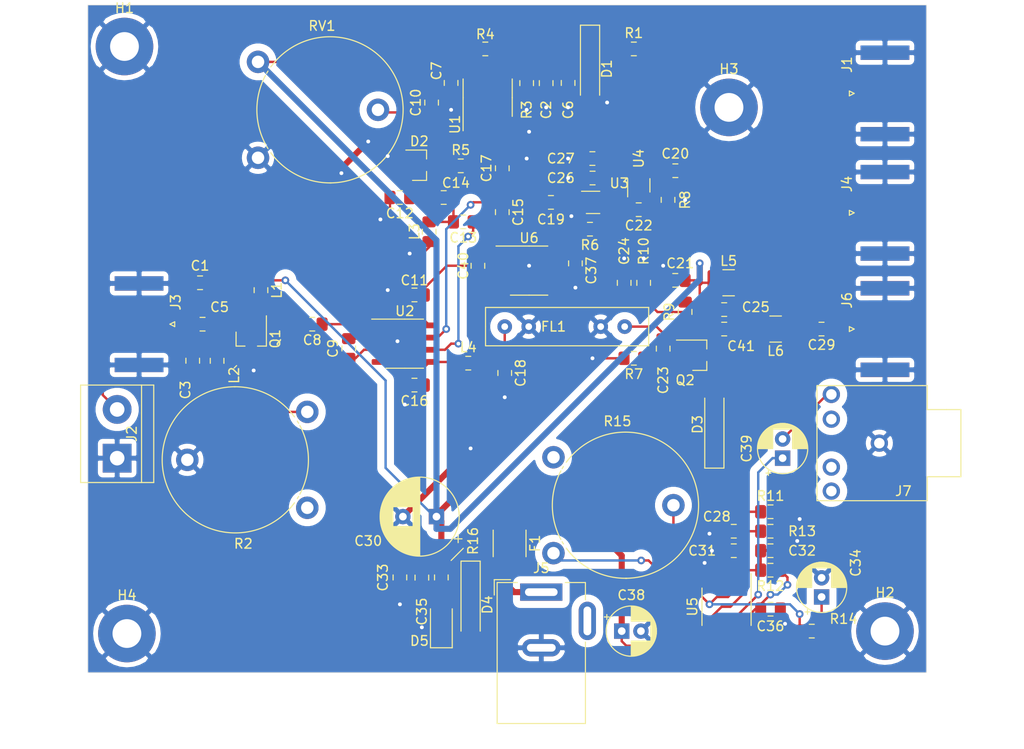
<source format=kicad_pcb>
(kicad_pcb (version 20171130) (host pcbnew 5.1.5-52549c5~84~ubuntu16.04.1)
  (layers (0 F.Cu signal) (31 B.Cu signal) (34 B.Paste user) (35 F.Paste user) (36 B.SilkS user) (37 F.SilkS user) (38 B.Mask user) (39 F.Mask user) (44 Edge.Cuts user))
  (net 0 "")
  (net 1 GND)
  (net 2 +12V)
  (net 3 "Net-(C2-Pad1)")
  (net 4 "Net-(C3-Pad1)")
  (net 5 "Net-(C5-Pad1)")
  (net 6 "Net-(C8-Pad1)")
  (net 7 "Net-(C9-Pad2)")
  (net 8 "Net-(C10-Pad1)")
  (net 9 +5V)
  (net 10 "Net-(C12-Pad1)")
  (net 11 "Net-(C13-Pad2)")
  (net 12 "Net-(C13-Pad1)")
  (net 13 "Net-(C15-Pad1)")
  (net 14 "Net-(C16-Pad1)")
  (net 15 "Net-(C18-Pad1)")
  (net 16 "Net-(C19-Pad2)")
  (net 17 "Net-(C20-Pad2)")
  (net 18 "Net-(C20-Pad1)")
  (net 19 "Net-(C22-Pad2)")
  (net 20 "Net-(C22-Pad1)")
  (net 21 "Net-(C23-Pad2)")
  (net 22 "Net-(C23-Pad1)")
  (net 23 "Net-(C24-Pad1)")
  (net 24 "Net-(C25-Pad2)")
  (net 25 "Net-(C28-Pad1)")
  (net 26 "Net-(C29-Pad2)")
  (net 27 "Net-(C29-Pad1)")
  (net 28 "Net-(C32-Pad1)")
  (net 29 "Net-(C34-Pad1)")
  (net 30 "Net-(C39-Pad2)")
  (net 31 "Net-(C39-Pad1)")
  (net 32 "Net-(D5-Pad2)")
  (net 33 "Net-(F1-Pad2)")
  (net 34 "Net-(J1-Pad1)")
  (net 35 "Net-(R3-Pad1)")
  (net 36 "Net-(R4-Pad2)")
  (net 37 "Net-(R8-Pad2)")
  (net 38 "Net-(R14-Pad1)")
  (net 39 "Net-(R15-Pad1)")
  (net 40 "Net-(C5-Pad2)")
  (net 41 "Net-(C8-Pad2)")
  (module Package_SO:SOIC-8_3.9x4.9mm_P1.27mm (layer F.Cu) (at 101.346 96.012)
    (fp_text reference U6 (at 0 -3.4) (layer F.SilkS))
    (fp_text value L78L05_SO8)
    (pad 8 smd roundrect (at 2.475 -1.905) (size 1.95 0.6) (layers F.Cu F.Paste F.Mask) (net 2 +12V))
    (pad 7 smd roundrect (at 2.475 -0.635) (size 1.95 0.6) (layers F.Cu F.Paste F.Mask) (net 1 GND))
    (pad 6 smd roundrect (at 2.475 0.635) (size 1.95 0.6) (layers F.Cu F.Paste F.Mask) (net 1 GND))
    (pad 5 smd roundrect (at 2.475 1.905) (size 1.95 0.6) (layers F.Cu F.Paste F.Mask))
    (pad 4 smd roundrect (at -2.475 1.905) (size 1.95 0.6) (layers F.Cu F.Paste F.Mask))
    (pad 3 smd roundrect (at -2.475 0.635) (size 1.95 0.6) (layers F.Cu F.Paste F.Mask) (net 1 GND))
    (pad 2 smd roundrect (at -2.475 -0.635) (size 1.95 0.6) (layers F.Cu F.Paste F.Mask) (net 1 GND))
    (pad 1 smd roundrect (at -2.475 -1.905) (size 1.95 0.6) (layers F.Cu F.Paste F.Mask) (net 9 +5V))
  )
  (module Package_SO:SOIC-8_3.9x4.9mm_P1.27mm (layer F.Cu) (at 121.92 131.064 270)
    (fp_text reference U5 (at 0 3.556 90) (layer F.SilkS))
    (fp_text value LM358)
    (pad 8 smd roundrect (at 2.475 -1.905 270) (size 1.95 0.6) (layers F.Cu F.Paste F.Mask) (net 2 +12V))
    (pad 7 smd roundrect (at 2.475 -0.635 270) (size 1.95 0.6) (layers F.Cu F.Paste F.Mask) (net 31 "Net-(C39-Pad1)"))
    (pad 6 smd roundrect (at 2.475 0.635 270) (size 1.95 0.6) (layers F.Cu F.Paste F.Mask) (net 31 "Net-(C39-Pad1)"))
    (pad 5 smd roundrect (at 2.475 1.905 270) (size 1.95 0.6) (layers F.Cu F.Paste F.Mask) (net 39 "Net-(R15-Pad1)"))
    (pad 4 smd roundrect (at -2.475 1.905 270) (size 1.95 0.6) (layers F.Cu F.Paste F.Mask) (net 1 GND))
    (pad 3 smd roundrect (at -2.475 0.635 270) (size 1.95 0.6) (layers F.Cu F.Paste F.Mask) (net 28 "Net-(C32-Pad1)"))
    (pad 2 smd roundrect (at -2.475 -0.635 270) (size 1.95 0.6) (layers F.Cu F.Paste F.Mask) (net 38 "Net-(R14-Pad1)"))
    (pad 1 smd roundrect (at -2.475 -1.905 270) (size 1.95 0.6) (layers F.Cu F.Paste F.Mask) (net 39 "Net-(R15-Pad1)"))
  )
  (module Package_TO_SOT_SMD:SOT-353_SC-70-5 (layer F.Cu) (at 112.776 87.122 90)
    (fp_text reference U4 (at 2.794 0 90) (layer F.SilkS))
    (fp_text value 74AHC1G4210)
    (pad 5 smd rect (at 0.95 -0.65 90) (size 0.65 0.4) (layers F.Cu F.Paste F.Mask) (net 9 +5V))
    (pad 4 smd rect (at 0.95 0.65 90) (size 0.65 0.4) (layers F.Cu F.Paste F.Mask) (net 17 "Net-(C20-Pad2)"))
    (pad 2 smd rect (at -0.95 0 90) (size 0.65 0.4) (layers F.Cu F.Paste F.Mask) (net 37 "Net-(R8-Pad2)"))
    (pad 3 smd rect (at -0.95 0.65 90) (size 0.65 0.4) (layers F.Cu F.Paste F.Mask) (net 1 GND))
    (pad 1 smd rect (at -0.95 -0.65 90) (size 0.65 0.4) (layers F.Cu F.Paste F.Mask) (net 20 "Net-(C22-Pad1)"))
  )
  (module Package_TO_SOT_SMD:SOT-353_SC-70-5_Handsoldering (layer F.Cu) (at 108.01 88.9)
    (fp_text reference U3 (at 2.734 -2) (layer F.SilkS))
    (fp_text value 74LVC1GU04)
    (pad 5 smd rect (at 1.33 -0.65) (size 1.5 0.4) (layers F.Cu F.Paste F.Mask) (net 9 +5V))
    (pad 4 smd rect (at 1.33 0.65) (size 1.5 0.4) (layers F.Cu F.Paste F.Mask) (net 19 "Net-(C22-Pad2)"))
    (pad 3 smd rect (at -1.33 0.65) (size 1.5 0.4) (layers F.Cu F.Paste F.Mask) (net 1 GND))
    (pad 2 smd rect (at -1.33 0) (size 1.5 0.4) (layers F.Cu F.Paste F.Mask) (net 16 "Net-(C19-Pad2)"))
    (pad 1 smd rect (at -1.33 -0.65) (size 1.5 0.4) (layers F.Cu F.Paste F.Mask))
  )
  (module Package_SO:SO-8_3.9x4.9mm_P1.27mm (layer F.Cu) (at 88.392 103.632)
    (fp_text reference U2 (at 0 -3.4) (layer F.SilkS))
    (fp_text value SA612)
    (pad 8 smd roundrect (at 2.575 -1.905) (size 1.75 0.6) (layers F.Cu F.Paste F.Mask) (net 9 +5V))
    (pad 7 smd roundrect (at 2.575 -0.635) (size 1.75 0.6) (layers F.Cu F.Paste F.Mask) (net 13 "Net-(C15-Pad1)"))
    (pad 6 smd roundrect (at 2.575 0.635) (size 1.75 0.6) (layers F.Cu F.Paste F.Mask) (net 12 "Net-(C13-Pad1)"))
    (pad 5 smd roundrect (at 2.575 1.905) (size 1.75 0.6) (layers F.Cu F.Paste F.Mask) (net 14 "Net-(C16-Pad1)"))
    (pad 4 smd roundrect (at -2.575 1.905) (size 1.75 0.6) (layers F.Cu F.Paste F.Mask))
    (pad 3 smd roundrect (at -2.575 0.635) (size 1.75 0.6) (layers F.Cu F.Paste F.Mask) (net 1 GND))
    (pad 2 smd roundrect (at -2.575 -0.635) (size 1.75 0.6) (layers F.Cu F.Paste F.Mask) (net 7 "Net-(C9-Pad2)"))
    (pad 1 smd roundrect (at -2.575 -1.905) (size 1.75 0.6) (layers F.Cu F.Paste F.Mask) (net 6 "Net-(C8-Pad1)"))
  )
  (module Package_SO:SOIC-8_3.9x4.9mm_P1.27mm (layer F.Cu) (at 97.028 77.978 90)
    (fp_text reference U1 (at -2.794 -3.4 90) (layer F.SilkS))
    (fp_text value LM358)
    (pad 8 smd roundrect (at 2.475 -1.905 90) (size 1.95 0.6) (layers F.Cu F.Paste F.Mask) (net 2 +12V))
    (pad 7 smd roundrect (at 2.475 -0.635 90) (size 1.95 0.6) (layers F.Cu F.Paste F.Mask) (net 36 "Net-(R4-Pad2)"))
    (pad 6 smd roundrect (at 2.475 0.635 90) (size 1.95 0.6) (layers F.Cu F.Paste F.Mask) (net 35 "Net-(R3-Pad1)"))
    (pad 5 smd roundrect (at 2.475 1.905 90) (size 1.95 0.6) (layers F.Cu F.Paste F.Mask) (net 3 "Net-(C2-Pad1)"))
    (pad 4 smd roundrect (at -2.475 1.905 90) (size 1.95 0.6) (layers F.Cu F.Paste F.Mask) (net 1 GND))
    (pad 3 smd roundrect (at -2.475 0.635 90) (size 1.95 0.6) (layers F.Cu F.Paste F.Mask) (net 36 "Net-(R4-Pad2)"))
    (pad 2 smd roundrect (at -2.475 -0.635 90) (size 1.95 0.6) (layers F.Cu F.Paste F.Mask) (net 8 "Net-(C10-Pad1)"))
    (pad 1 smd roundrect (at -2.475 -1.905 90) (size 1.95 0.6) (layers F.Cu F.Paste F.Mask) (net 8 "Net-(C10-Pad1)"))
  )
  (module Potentiometer_THT:Potentiometer_Piher_PT-15-V02_Vertical (layer F.Cu) (at 73.098 84.248)
    (fp_text reference RV1 (at 6.665 -13.75) (layer F.SilkS))
    (fp_text value 10k)
    (pad 1 thru_hole circle (at 0 0) (size 2.34 2.34) (drill 1.3) (layers *.Cu *.Mask) (net 1 GND))
    (pad 2 thru_hole circle (at 12.5 -5) (size 2.34 2.34) (drill 1.3) (layers *.Cu *.Mask) (net 8 "Net-(C10-Pad1)"))
    (pad 3 thru_hole circle (at 0 -10) (size 2.34 2.34) (drill 1.3) (layers *.Cu *.Mask) (net 2 +12V))
  )
  (module Resistor_SMD:R_0805_2012Metric_Pad1.15x1.40mm_HandSolder (layer F.Cu) (at 92.202 128.007 270)
    (fp_text reference R16 (at -3.801 -3.302 90) (layer F.SilkS))
    (fp_text value 1k5)
    (pad 2 smd roundrect (at 1.025 0 270) (size 1.15 1.4) (layers F.Cu F.Paste F.Mask) (roundrect_rratio 0.217391) (net 32 "Net-(D5-Pad2)"))
    (pad 1 smd roundrect (at -1.025 0 270) (size 1.15 1.4) (layers F.Cu F.Paste F.Mask) (roundrect_rratio 0.217391) (net 2 +12V))
  )
  (module Potentiometer_THT:Potentiometer_Piher_PT-15-V02_Vertical (layer F.Cu) (at 103.886 125.476)
    (fp_text reference R15 (at 6.665 -13.75) (layer F.SilkS))
    (fp_text value 10k)
    (pad 1 thru_hole circle (at 0 0) (size 2.34 2.34) (drill 1.3) (layers *.Cu *.Mask) (net 39 "Net-(R15-Pad1)"))
    (pad 2 thru_hole circle (at 12.5 -5) (size 2.34 2.34) (drill 1.3) (layers *.Cu *.Mask) (net 38 "Net-(R14-Pad1)"))
    (pad 3 thru_hole circle (at 0 -10) (size 2.34 2.34) (drill 1.3) (layers *.Cu *.Mask))
  )
  (module Resistor_SMD:R_0805_2012Metric_Pad1.15x1.40mm_HandSolder (layer F.Cu) (at 130.801 133.604)
    (fp_text reference R14 (at 3.311 -1.27) (layer F.SilkS))
    (fp_text value 1k5)
    (pad 2 smd roundrect (at 1.025 0) (size 1.15 1.4) (layers F.Cu F.Paste F.Mask) (roundrect_rratio 0.217391) (net 29 "Net-(C34-Pad1)"))
    (pad 1 smd roundrect (at -1.025 0) (size 1.15 1.4) (layers F.Cu F.Paste F.Mask) (roundrect_rratio 0.217391) (net 38 "Net-(R14-Pad1)"))
  )
  (module Resistor_SMD:R_0805_2012Metric_Pad1.15x1.40mm_HandSolder (layer F.Cu) (at 126.501 125.222)
    (fp_text reference R13 (at 3.293 -2.032) (layer F.SilkS))
    (fp_text value 110k)
    (pad 2 smd roundrect (at 1.025 0) (size 1.15 1.4) (layers F.Cu F.Paste F.Mask) (roundrect_rratio 0.217391) (net 1 GND))
    (pad 1 smd roundrect (at -1.025 0) (size 1.15 1.4) (layers F.Cu F.Paste F.Mask) (roundrect_rratio 0.217391) (net 28 "Net-(C32-Pad1)"))
  )
  (module Resistor_SMD:R_0805_2012Metric_Pad1.15x1.40mm_HandSolder (layer F.Cu) (at 126.501 127.254 180)
    (fp_text reference R12 (at 0.009 -1.65) (layer F.SilkS))
    (fp_text value 110k)
    (pad 2 smd roundrect (at 1.025 0 180) (size 1.15 1.4) (layers F.Cu F.Paste F.Mask) (roundrect_rratio 0.217391) (net 28 "Net-(C32-Pad1)"))
    (pad 1 smd roundrect (at -1.025 0 180) (size 1.15 1.4) (layers F.Cu F.Paste F.Mask) (roundrect_rratio 0.217391) (net 2 +12V))
  )
  (module Resistor_SMD:R_0805_2012Metric_Pad1.15x1.40mm_HandSolder (layer F.Cu) (at 126.501 121.158)
    (fp_text reference R11 (at 0 -1.65) (layer F.SilkS))
    (fp_text value 1k5)
    (pad 2 smd roundrect (at 1.025 0) (size 1.15 1.4) (layers F.Cu F.Paste F.Mask) (roundrect_rratio 0.217391) (net 1 GND))
    (pad 1 smd roundrect (at -1.025 0) (size 1.15 1.4) (layers F.Cu F.Paste F.Mask) (roundrect_rratio 0.217391) (net 25 "Net-(C28-Pad1)"))
  )
  (module Resistor_SMD:R_0805_2012Metric_Pad1.15x1.40mm_HandSolder (layer F.Cu) (at 111.252 97.291 270)
    (fp_text reference R10 (at -3.311 -2.032 90) (layer F.SilkS))
    (fp_text value 10k)
    (pad 2 smd roundrect (at 1.025 0 270) (size 1.15 1.4) (layers F.Cu F.Paste F.Mask) (roundrect_rratio 0.217391) (net 23 "Net-(C24-Pad1)"))
    (pad 1 smd roundrect (at -1.025 0 270) (size 1.15 1.4) (layers F.Cu F.Paste F.Mask) (roundrect_rratio 0.217391) (net 1 GND))
  )
  (module Resistor_SMD:R_0805_2012Metric_Pad1.15x1.40mm_HandSolder (layer F.Cu) (at 117.602 100.321 90)
    (fp_text reference R9 (at 0 -1.65 90) (layer F.SilkS))
    (fp_text value 8k2)
    (pad 2 smd roundrect (at 1.025 0 90) (size 1.15 1.4) (layers F.Cu F.Paste F.Mask) (roundrect_rratio 0.217391) (net 2 +12V))
    (pad 1 smd roundrect (at -1.025 0 90) (size 1.15 1.4) (layers F.Cu F.Paste F.Mask) (roundrect_rratio 0.217391) (net 23 "Net-(C24-Pad1)"))
  )
  (module Resistor_SMD:R_0805_2012Metric_Pad1.15x1.40mm_HandSolder (layer F.Cu) (at 115.824 88.637 90)
    (fp_text reference R8 (at -0.009 1.778 90) (layer F.SilkS))
    (fp_text value 1M)
    (pad 2 smd roundrect (at 1.025 0 90) (size 1.15 1.4) (layers F.Cu F.Paste F.Mask) (roundrect_rratio 0.217391) (net 37 "Net-(R8-Pad2)"))
    (pad 1 smd roundrect (at -1.025 0 90) (size 1.15 1.4) (layers F.Cu F.Paste F.Mask) (roundrect_rratio 0.217391) (net 20 "Net-(C22-Pad1)"))
  )
  (module Resistor_SMD:R_0805_2012Metric_Pad1.15x1.40mm_HandSolder (layer F.Cu) (at 112.259 105.156 180)
    (fp_text reference R7 (at 0 -1.65) (layer F.SilkS))
    (fp_text value 68k1)
    (pad 2 smd roundrect (at 1.025 0 180) (size 1.15 1.4) (layers F.Cu F.Paste F.Mask) (roundrect_rratio 0.217391) (net 1 GND))
    (pad 1 smd roundrect (at -1.025 0 180) (size 1.15 1.4) (layers F.Cu F.Paste F.Mask) (roundrect_rratio 0.217391) (net 22 "Net-(C23-Pad1)"))
  )
  (module Resistor_SMD:R_0805_2012Metric_Pad1.15x1.40mm_HandSolder (layer F.Cu) (at 107.687 91.694 180)
    (fp_text reference R6 (at 0 -1.65) (layer F.SilkS))
    (fp_text value 1M)
    (pad 2 smd roundrect (at 1.025 0 180) (size 1.15 1.4) (layers F.Cu F.Paste F.Mask) (roundrect_rratio 0.217391) (net 16 "Net-(C19-Pad2)"))
    (pad 1 smd roundrect (at -1.025 0 180) (size 1.15 1.4) (layers F.Cu F.Paste F.Mask) (roundrect_rratio 0.217391) (net 19 "Net-(C22-Pad2)"))
  )
  (module Resistor_SMD:R_0805_2012Metric_Pad1.15x1.40mm_HandSolder (layer F.Cu) (at 94.225 85.09)
    (fp_text reference R5 (at 0 -1.65) (layer F.SilkS))
    (fp_text value 68k1)
    (pad 2 smd roundrect (at 1.025 0) (size 1.15 1.4) (layers F.Cu F.Paste F.Mask) (roundrect_rratio 0.217391) (net 8 "Net-(C10-Pad1)"))
    (pad 1 smd roundrect (at -1.025 0) (size 1.15 1.4) (layers F.Cu F.Paste F.Mask) (roundrect_rratio 0.217391) (net 10 "Net-(C12-Pad1)"))
  )
  (module Resistor_SMD:R_0805_2012Metric_Pad1.15x1.40mm_HandSolder (layer F.Cu) (at 96.783 72.898 180)
    (fp_text reference R4 (at 0 1.524) (layer F.SilkS))
    (fp_text value 110k)
    (pad 2 smd roundrect (at 1.025 0 180) (size 1.15 1.4) (layers F.Cu F.Paste F.Mask) (roundrect_rratio 0.217391) (net 36 "Net-(R4-Pad2)"))
    (pad 1 smd roundrect (at -1.025 0 180) (size 1.15 1.4) (layers F.Cu F.Paste F.Mask) (roundrect_rratio 0.217391) (net 35 "Net-(R3-Pad1)"))
  )
  (module Resistor_SMD:R_0805_2012Metric_Pad1.15x1.40mm_HandSolder (layer F.Cu) (at 101.092 76.463 270)
    (fp_text reference R3 (at 2.785 0 90) (layer F.SilkS))
    (fp_text value 10k)
    (pad 2 smd roundrect (at 1.025 0 270) (size 1.15 1.4) (layers F.Cu F.Paste F.Mask) (roundrect_rratio 0.217391) (net 1 GND))
    (pad 1 smd roundrect (at -1.025 0 270) (size 1.15 1.4) (layers F.Cu F.Paste F.Mask) (roundrect_rratio 0.217391) (net 35 "Net-(R3-Pad1)"))
  )
  (module Potentiometer_THT:Potentiometer_Piher_PT-15-V02_Vertical (layer F.Cu) (at 78.232 110.744 180)
    (fp_text reference R2 (at 6.665 -13.75) (layer F.SilkS))
    (fp_text value 470)
    (pad 1 thru_hole circle (at 0 0 180) (size 2.34 2.34) (drill 1.3) (layers *.Cu *.Mask) (net 4 "Net-(C3-Pad1)"))
    (pad 2 thru_hole circle (at 12.5 -5 180) (size 2.34 2.34) (drill 1.3) (layers *.Cu *.Mask) (net 1 GND))
    (pad 3 thru_hole circle (at 0 -10 180) (size 2.34 2.34) (drill 1.3) (layers *.Cu *.Mask))
  )
  (module Resistor_SMD:R_0805_2012Metric_Pad1.15x1.40mm_HandSolder (layer F.Cu) (at 112.259 72.898)
    (fp_text reference R1 (at 0 -1.65) (layer F.SilkS))
    (fp_text value 200)
    (pad 2 smd roundrect (at 1.025 0) (size 1.15 1.4) (layers F.Cu F.Paste F.Mask) (roundrect_rratio 0.217391) (net 34 "Net-(J1-Pad1)"))
    (pad 1 smd roundrect (at -1.025 0) (size 1.15 1.4) (layers F.Cu F.Paste F.Mask) (roundrect_rratio 0.217391) (net 3 "Net-(C2-Pad1)"))
  )
  (module Package_TO_SOT_SMD:SOT-23_Handsoldering (layer F.Cu) (at 119.102 104.836)
    (fp_text reference Q2 (at -1.5 2.606) (layer F.SilkS))
    (fp_text value MMBT3904)
    (pad 3 smd rect (at 1.5 0) (size 1.9 0.8) (layers F.Cu F.Paste F.Mask) (net 24 "Net-(C25-Pad2)"))
    (pad 2 smd rect (at -1.5 0.95) (size 1.9 0.8) (layers F.Cu F.Paste F.Mask) (net 22 "Net-(C23-Pad1)"))
    (pad 1 smd rect (at -1.5 -0.95) (size 1.9 0.8) (layers F.Cu F.Paste F.Mask) (net 23 "Net-(C24-Pad1)"))
  )
  (module Package_TO_SOT_SMD:SOT-23_Handsoldering (layer F.Cu) (at 72.39 103.124 270)
    (fp_text reference Q1 (at 0 -2.5 90) (layer F.SilkS))
    (fp_text value mmbfj310)
    (pad 3 smd rect (at 1.5 0 270) (size 1.9 0.8) (layers F.Cu F.Paste F.Mask) (net 1 GND))
    (pad 2 smd rect (at -1.5 0.95 270) (size 1.9 0.8) (layers F.Cu F.Paste F.Mask) (net 5 "Net-(C5-Pad1)"))
    (pad 1 smd rect (at -1.5 -0.95 270) (size 1.9 0.8) (layers F.Cu F.Paste F.Mask) (net 41 "Net-(C8-Pad2)"))
  )
  (module Inductor_SMD:L_1210_3225Metric_Pad1.42x2.65mm_HandSolder (layer F.Cu) (at 127.0365 102.108 180)
    (fp_text reference L6 (at 0 -2.28) (layer F.SilkS))
    (fp_text value 6.8u)
    (pad 2 smd roundrect (at 1.4875 0 180) (size 1.425 2.65) (layers F.Cu F.Paste F.Mask) (roundrect_rratio 0.175439) (net 24 "Net-(C25-Pad2)"))
    (pad 1 smd roundrect (at -1.4875 0 180) (size 1.425 2.65) (layers F.Cu F.Paste F.Mask) (roundrect_rratio 0.175439) (net 26 "Net-(C29-Pad2)"))
  )
  (module Inductor_SMD:L_1210_3225Metric_Pad1.42x2.65mm_HandSolder (layer F.Cu) (at 122.1375 97.282)
    (fp_text reference L5 (at 0 -2.28) (layer F.SilkS))
    (fp_text value 680n)
    (pad 2 smd roundrect (at 1.4875 0) (size 1.425 2.65) (layers F.Cu F.Paste F.Mask) (roundrect_rratio 0.175439) (net 24 "Net-(C25-Pad2)"))
    (pad 1 smd roundrect (at -1.4875 0) (size 1.425 2.65) (layers F.Cu F.Paste F.Mask) (roundrect_rratio 0.175439) (net 2 +12V))
  )
  (module Inductor_SMD:L_0805_2012Metric_Pad1.15x1.40mm_HandSolder (layer F.Cu) (at 95.005 105.664)
    (fp_text reference L4 (at 0 -1.65) (layer F.SilkS))
    (fp_text value 910n)
    (pad 2 smd roundrect (at 1.025 0) (size 1.15 1.4) (layers F.Cu F.Paste F.Mask) (roundrect_rratio 0.217391) (net 15 "Net-(C18-Pad1)"))
    (pad 1 smd roundrect (at -1.025 0) (size 1.15 1.4) (layers F.Cu F.Paste F.Mask) (roundrect_rratio 0.217391) (net 14 "Net-(C16-Pad1)"))
  )
  (module Inductor_SMD:L_0805_2012Metric_Pad1.15x1.40mm_HandSolder (layer F.Cu) (at 90.932 91.957 270)
    (fp_text reference L3 (at -0.009 1.524 90) (layer F.SilkS))
    (fp_text value 68n)
    (pad 2 smd roundrect (at 1.025 0 270) (size 1.15 1.4) (layers F.Cu F.Paste F.Mask) (roundrect_rratio 0.217391) (net 1 GND))
    (pad 1 smd roundrect (at -1.025 0 270) (size 1.15 1.4) (layers F.Cu F.Paste F.Mask) (roundrect_rratio 0.217391) (net 11 "Net-(C13-Pad2)"))
  )
  (module Inductor_SMD:L_0805_2012Metric_Pad1.15x1.40mm_HandSolder (layer F.Cu) (at 68.834 105.419 270)
    (fp_text reference L2 (at 1.515 -1.778 90) (layer F.SilkS))
    (fp_text value 910n)
    (pad 2 smd roundrect (at 1.025 0 270) (size 1.15 1.4) (layers F.Cu F.Paste F.Mask) (roundrect_rratio 0.217391) (net 4 "Net-(C3-Pad1)"))
    (pad 1 smd roundrect (at -1.025 0 270) (size 1.15 1.4) (layers F.Cu F.Paste F.Mask) (roundrect_rratio 0.217391) (net 5 "Net-(C5-Pad1)"))
  )
  (module Inductor_SMD:L_0805_2012Metric_Pad1.15x1.40mm_HandSolder (layer F.Cu) (at 73.406 98.053 270)
    (fp_text reference L1 (at 0 -1.65 90) (layer F.SilkS))
    (fp_text value 910n)
    (pad 2 smd roundrect (at 1.025 0 270) (size 1.15 1.4) (layers F.Cu F.Paste F.Mask) (roundrect_rratio 0.217391) (net 41 "Net-(C8-Pad2)"))
    (pad 1 smd roundrect (at -1.025 0 270) (size 1.15 1.4) (layers F.Cu F.Paste F.Mask) (roundrect_rratio 0.217391) (net 2 +12V))
  )
  (module custom:js35-09 (layer F.Cu) (at 137.842 114.006 180)
    (fp_text reference J7 (at -2.5 -5) (layer F.SilkS))
    (fp_text value AudioJack)
    (pad T thru_hole circle (at 5 5.08 180) (size 1.8 1.8) (drill 1.1) (layers *.Cu *.Mask) (net 30 "Net-(C39-Pad2)"))
    (pad 4 thru_hole circle (at 5 -2.5 180) (size 1.8 1.8) (drill 1.1) (layers *.Cu *.Mask))
    (pad 3 thru_hole circle (at 5 2.5 270) (size 1.8 1.8) (drill 1.1) (layers *.Cu *.Mask))
    (pad S thru_hole circle (at 0 0 180) (size 1.8 1.8) (drill 1.1) (layers *.Cu *.Mask) (net 1 GND))
    (pad 1 thru_hole circle (at 5 -5 180) (size 1.8 1.8) (drill 1.1) (layers *.Cu *.Mask))
  )
  (module Connector_Coaxial:SMA_Amphenol_132289_EdgeMount (layer F.Cu) (at 138.43 102.108)
    (fp_text reference J6 (at -3.96 -3 90) (layer F.SilkS))
    (fp_text value RedPitaya_+-1V)
    (pad 1 smd rect (at 0 0 90) (size 1.5 5.08) (layers F.Cu F.Paste F.Mask) (net 27 "Net-(C29-Pad1)"))
    (pad 2 smd rect (at 0 -4.25 90) (size 1.5 5.08) (layers F.Cu F.Paste F.Mask) (net 1 GND))
    (pad 2 smd rect (at 0 4.25 90) (size 1.5 5.08) (layers F.Cu F.Paste F.Mask) (net 1 GND))
    (pad 2 smd rect (at 0 -4.25 90) (size 1.5 5.08) (layers B.Cu B.Paste B.Mask) (net 1 GND))
    (pad 2 smd rect (at 0 4.25 90) (size 1.5 5.08) (layers B.Cu B.Paste B.Mask) (net 1 GND))
  )
  (module Connector_BarrelJack:BarrelJack_Wuerth_6941xx301002 (layer F.Cu) (at 102.616 129.54)
    (fp_text reference J5 (at 0 -2.5) (layer F.SilkS))
    (fp_text value 12VDC)
    (pad 1 thru_hole rect (at 0 0) (size 4.4 1.8) (drill oval 3.4 0.8) (layers *.Cu *.Mask) (net 33 "Net-(F1-Pad2)"))
    (pad 2 thru_hole oval (at 0 5.8) (size 4 1.8) (drill oval 3 0.8) (layers *.Cu *.Mask) (net 1 GND))
    (pad 3 thru_hole oval (at 4.8 3 90) (size 4 1.8) (drill oval 3 0.8) (layers *.Cu *.Mask))
  )
  (module Connector_Coaxial:SMA_Amphenol_132289_EdgeMount (layer F.Cu) (at 138.43 89.984)
    (fp_text reference J4 (at -3.96 -3 90) (layer F.SilkS))
    (fp_text value RedPitaya_+-10V)
    (pad 1 smd rect (at 0 0 90) (size 1.5 5.08) (layers F.Cu F.Paste F.Mask) (net 18 "Net-(C20-Pad1)"))
    (pad 2 smd rect (at 0 -4.25 90) (size 1.5 5.08) (layers F.Cu F.Paste F.Mask) (net 1 GND))
    (pad 2 smd rect (at 0 4.25 90) (size 1.5 5.08) (layers F.Cu F.Paste F.Mask) (net 1 GND))
    (pad 2 smd rect (at 0 -4.25 90) (size 1.5 5.08) (layers B.Cu B.Paste B.Mask) (net 1 GND))
    (pad 2 smd rect (at 0 4.25 90) (size 1.5 5.08) (layers B.Cu B.Paste B.Mask) (net 1 GND))
  )
  (module Connector_Coaxial:SMA_Amphenol_132289_EdgeMount (layer F.Cu) (at 60.706 101.6 180)
    (fp_text reference J3 (at -3.81 2.286 90) (layer F.SilkS))
    (fp_text value Bemenet)
    (pad 1 smd rect (at 0 0 270) (size 1.5 5.08) (layers F.Cu F.Paste F.Mask) (net 40 "Net-(C5-Pad2)"))
    (pad 2 smd rect (at 0 -4.25 270) (size 1.5 5.08) (layers F.Cu F.Paste F.Mask) (net 1 GND))
    (pad 2 smd rect (at 0 4.25 270) (size 1.5 5.08) (layers F.Cu F.Paste F.Mask) (net 1 GND))
    (pad 2 smd rect (at 0 -4.25 270) (size 1.5 5.08) (layers B.Cu B.Paste B.Mask) (net 1 GND))
    (pad 2 smd rect (at 0 4.25 270) (size 1.5 5.08) (layers B.Cu B.Paste B.Mask) (net 1 GND))
  )
  (module TerminalBlock:TerminalBlock_bornier-2_P5.08mm (layer F.Cu) (at 58.42 115.57 90)
    (fp_text reference J2 (at 2.54 1.524 90) (layer F.SilkS))
    (fp_text value bemenet2)
    (pad 2 thru_hole circle (at 5.08 0 90) (size 3 3) (drill 1.52) (layers *.Cu *.Mask) (net 40 "Net-(C5-Pad2)"))
    (pad 1 thru_hole rect (at 0 0 90) (size 3 3) (drill 1.52) (layers *.Cu *.Mask) (net 1 GND))
  )
  (module Connector_Coaxial:SMA_Amphenol_132289_EdgeMount (layer F.Cu) (at 138.43 77.538)
    (fp_text reference J1 (at -3.96 -3 90) (layer F.SilkS))
    (fp_text value RedPitaya_kimenete)
    (pad 1 smd rect (at 0 0 90) (size 1.5 5.08) (layers F.Cu F.Paste F.Mask) (net 34 "Net-(J1-Pad1)"))
    (pad 2 smd rect (at 0 -4.25 90) (size 1.5 5.08) (layers F.Cu F.Paste F.Mask) (net 1 GND))
    (pad 2 smd rect (at 0 4.25 90) (size 1.5 5.08) (layers F.Cu F.Paste F.Mask) (net 1 GND))
    (pad 2 smd rect (at 0 -4.25 90) (size 1.5 5.08) (layers B.Cu B.Paste B.Mask) (net 1 GND))
    (pad 2 smd rect (at 0 4.25 90) (size 1.5 5.08) (layers B.Cu B.Paste B.Mask) (net 1 GND))
  )
  (module MountingHole:MountingHole_3mm_Pad (layer F.Cu) (at 59.436 133.858)
    (fp_text reference H4 (at 0 -4) (layer F.SilkS))
    (fp_text value MountingHole_Pad)
    (pad 1 thru_hole circle (at 0 0) (size 6 6) (drill 3) (layers *.Cu *.Mask) (net 1 GND))
  )
  (module MountingHole:MountingHole_3mm_Pad (layer F.Cu) (at 122.174 78.994)
    (fp_text reference H3 (at 0 -4) (layer F.SilkS))
    (fp_text value MountingHole_Pad)
    (pad 1 thru_hole circle (at 0 0) (size 6 6) (drill 3) (layers *.Cu *.Mask) (net 1 GND))
  )
  (module MountingHole:MountingHole_3mm_Pad (layer F.Cu) (at 138.43 133.604)
    (fp_text reference H2 (at 0 -4) (layer F.SilkS))
    (fp_text value MountingHole_Pad)
    (pad 1 thru_hole circle (at 0 0) (size 6 6) (drill 3) (layers *.Cu *.Mask) (net 1 GND))
  )
  (module MountingHole:MountingHole_3mm_Pad (layer F.Cu) (at 59.182 72.644)
    (fp_text reference H1 (at 0 -4) (layer F.SilkS))
    (fp_text value MountingHole_Pad)
    (pad 1 thru_hole circle (at 0 0) (size 6 6) (drill 3) (layers *.Cu *.Mask) (net 1 GND))
  )
  (module custom:sfj10.7ma (layer F.Cu) (at 98.806 101.854)
    (fp_text reference FL1 (at 5.08 0) (layer F.SilkS))
    (fp_text value sfj10.7ma)
    (pad 4 thru_hole circle (at 12.5 0) (size 1.524 1.524) (drill 0.7) (layers *.Cu *.Mask) (net 21 "Net-(C23-Pad2)"))
    (pad 3 thru_hole circle (at 10 0) (size 1.524 1.524) (drill 0.7) (layers *.Cu *.Mask) (net 1 GND))
    (pad 2 thru_hole circle (at 2.5 0) (size 1.524 1.524) (drill 0.7) (layers *.Cu *.Mask) (net 1 GND))
    (pad 1 thru_hole circle (at 0 0) (size 1.524 1.524) (drill 0.7) (layers *.Cu *.Mask) (net 15 "Net-(C18-Pad1)"))
  )
  (module Fuse:Fuse_1812_4532Metric_Pad1.30x3.40mm_HandSolder (layer F.Cu) (at 99.314 124.46 270)
    (fp_text reference F1 (at 0 -2.65 90) (layer F.SilkS))
    (fp_text value 100mA)
    (pad 2 smd roundrect (at 2.225 0 270) (size 1.3 3.4) (layers F.Cu F.Paste F.Mask) (roundrect_rratio 0.192308) (net 33 "Net-(F1-Pad2)"))
    (pad 1 smd roundrect (at -2.225 0 270) (size 1.3 3.4) (layers F.Cu F.Paste F.Mask) (roundrect_rratio 0.192308) (net 2 +12V))
  )
  (module LED_SMD:LED_1206_3216Metric_Pad1.42x1.75mm_HandSolder (layer F.Cu) (at 92.202 132.8785 90)
    (fp_text reference D5 (at -1.7415 -2.286 180) (layer F.SilkS))
    (fp_text value LED)
    (pad 2 smd roundrect (at 1.4875 0 90) (size 1.425 1.75) (layers F.Cu F.Paste F.Mask) (roundrect_rratio 0.175439) (net 32 "Net-(D5-Pad2)"))
    (pad 1 smd roundrect (at -1.4875 0 90) (size 1.425 1.75) (layers F.Cu F.Paste F.Mask) (roundrect_rratio 0.175439) (net 1 GND))
  )
  (module Diode_SMD:D_MiniMELF_Handsoldering (layer F.Cu) (at 95.25 130.854 270)
    (fp_text reference D4 (at 0 -1.75 90) (layer F.SilkS))
    (fp_text value bas85)
    (pad 2 smd rect (at 2.75 0 270) (size 3.3 1.7) (layers F.Cu F.Paste F.Mask) (net 1 GND))
    (pad 1 smd rect (at -2.75 0 270) (size 3.3 1.7) (layers F.Cu F.Paste F.Mask) (net 2 +12V))
  )
  (module Diode_SMD:D_MiniMELF_Handsoldering (layer F.Cu) (at 120.65 112.058 90)
    (fp_text reference D3 (at 0 -1.75 90) (layer F.SilkS))
    (fp_text value bas85)
    (pad 2 smd rect (at 2.75 0 90) (size 3.3 1.7) (layers F.Cu F.Paste F.Mask) (net 24 "Net-(C25-Pad2)"))
    (pad 1 smd rect (at -2.75 0 90) (size 3.3 1.7) (layers F.Cu F.Paste F.Mask) (net 25 "Net-(C28-Pad1)"))
  )
  (module Diode_SMD:D_SOT-23_ANK (layer F.Cu) (at 89.9 85.024)
    (fp_text reference D2 (at 0 -2.5) (layer F.SilkS))
    (fp_text value bby40)
    (pad 1 smd rect (at 1 0) (size 0.9 0.8) (layers F.Cu F.Paste F.Mask) (net 10 "Net-(C12-Pad1)"))
    (pad "" smd rect (at -1 0.95) (size 0.9 0.8) (layers F.Cu F.Paste F.Mask))
    (pad 2 smd rect (at -1 -0.95) (size 0.9 0.8) (layers F.Cu F.Paste F.Mask) (net 1 GND))
  )
  (module Diode_SMD:D_MiniMELF_Handsoldering (layer F.Cu) (at 107.696 74.974 270)
    (fp_text reference D1 (at 0 -1.75 90) (layer F.SilkS))
    (fp_text value bas85)
    (pad 2 smd rect (at 2.75 0 270) (size 3.3 1.7) (layers F.Cu F.Paste F.Mask) (net 1 GND))
    (pad 1 smd rect (at -2.75 0 270) (size 3.3 1.7) (layers F.Cu F.Paste F.Mask) (net 3 "Net-(C2-Pad1)"))
  )
  (module Capacitor_SMD:C_0805_2012Metric_Pad1.15x1.40mm_HandSolder (layer F.Cu) (at 121.675 102.108)
    (fp_text reference C41 (at 1.769 1.778) (layer F.SilkS))
    (fp_text value 18p)
    (pad 2 smd roundrect (at 1.025 0) (size 1.15 1.4) (layers F.Cu F.Paste F.Mask) (roundrect_rratio 0.217391) (net 24 "Net-(C25-Pad2)"))
    (pad 1 smd roundrect (at -1.025 0) (size 1.15 1.4) (layers F.Cu F.Paste F.Mask) (roundrect_rratio 0.217391) (net 2 +12V))
  )
  (module Capacitor_SMD:C_0805_2012Metric_Pad1.15x1.40mm_HandSolder (layer F.Cu) (at 96.012 95.513 270)
    (fp_text reference C40 (at 0 1.524 90) (layer F.SilkS))
    (fp_text value 10n)
    (pad 2 smd roundrect (at 1.025 0 270) (size 1.15 1.4) (layers F.Cu F.Paste F.Mask) (roundrect_rratio 0.217391) (net 1 GND))
    (pad 1 smd roundrect (at -1.025 0 270) (size 1.15 1.4) (layers F.Cu F.Paste F.Mask) (roundrect_rratio 0.217391) (net 9 +5V))
  )
  (module Capacitor_THT:CP_Radial_D5.0mm_P2.00mm (layer F.Cu) (at 127.762 115.57 90)
    (fp_text reference C39 (at 1 -3.75 90) (layer F.SilkS))
    (fp_text value 47u)
    (pad 2 thru_hole circle (at 2 0 90) (size 1.6 1.6) (drill 0.8) (layers *.Cu *.Mask) (net 30 "Net-(C39-Pad2)"))
    (pad 1 thru_hole rect (at 0 0 90) (size 1.6 1.6) (drill 0.8) (layers *.Cu *.Mask) (net 31 "Net-(C39-Pad1)"))
  )
  (module Capacitor_THT:CP_Radial_D5.0mm_P2.00mm (layer F.Cu) (at 110.998 133.604)
    (fp_text reference C38 (at 1 -3.75) (layer F.SilkS))
    (fp_text value 47u)
    (pad 2 thru_hole circle (at 2 0) (size 1.6 1.6) (drill 0.8) (layers *.Cu *.Mask) (net 1 GND))
    (pad 1 thru_hole rect (at 0 0) (size 1.6 1.6) (drill 0.8) (layers *.Cu *.Mask) (net 2 +12V))
  )
  (module Capacitor_SMD:C_0805_2012Metric_Pad1.15x1.40mm_HandSolder (layer F.Cu) (at 106.172 95.259 270)
    (fp_text reference C37 (at 0.753 -1.65 90) (layer F.SilkS))
    (fp_text value 10n)
    (pad 2 smd roundrect (at 1.025 0 270) (size 1.15 1.4) (layers F.Cu F.Paste F.Mask) (roundrect_rratio 0.217391) (net 1 GND))
    (pad 1 smd roundrect (at -1.025 0 270) (size 1.15 1.4) (layers F.Cu F.Paste F.Mask) (roundrect_rratio 0.217391) (net 2 +12V))
  )
  (module Capacitor_SMD:C_0805_2012Metric_Pad1.15x1.40mm_HandSolder (layer F.Cu) (at 126.501 131.318)
    (fp_text reference C36 (at -0.009 1.778) (layer F.SilkS))
    (fp_text value 100n)
    (pad 2 smd roundrect (at 1.025 0) (size 1.15 1.4) (layers F.Cu F.Paste F.Mask) (roundrect_rratio 0.217391) (net 1 GND))
    (pad 1 smd roundrect (at -1.025 0) (size 1.15 1.4) (layers F.Cu F.Paste F.Mask) (roundrect_rratio 0.217391) (net 2 +12V))
  )
  (module Capacitor_SMD:C_0805_2012Metric_Pad1.15x1.40mm_HandSolder (layer F.Cu) (at 90.17 128.025 270)
    (fp_text reference C35 (at 3.547 0 90) (layer F.SilkS))
    (fp_text value 2n7)
    (pad 2 smd roundrect (at 1.025 0 270) (size 1.15 1.4) (layers F.Cu F.Paste F.Mask) (roundrect_rratio 0.217391) (net 1 GND))
    (pad 1 smd roundrect (at -1.025 0 270) (size 1.15 1.4) (layers F.Cu F.Paste F.Mask) (roundrect_rratio 0.217391) (net 2 +12V))
  )
  (module Capacitor_THT:CP_Radial_D5.0mm_P2.00mm (layer F.Cu) (at 131.826 130.048 90)
    (fp_text reference C34 (at 3.556 3.556 90) (layer F.SilkS))
    (fp_text value 47u)
    (pad 2 thru_hole circle (at 2 0 90) (size 1.6 1.6) (drill 0.8) (layers *.Cu *.Mask) (net 1 GND))
    (pad 1 thru_hole rect (at 0 0 90) (size 1.6 1.6) (drill 0.8) (layers *.Cu *.Mask) (net 29 "Net-(C34-Pad1)"))
  )
  (module Capacitor_SMD:C_0805_2012Metric_Pad1.15x1.40mm_HandSolder (layer F.Cu) (at 87.884 128.007 270)
    (fp_text reference C33 (at 0.009 1.778 90) (layer F.SilkS))
    (fp_text value 100n)
    (pad 2 smd roundrect (at 1.025 0 270) (size 1.15 1.4) (layers F.Cu F.Paste F.Mask) (roundrect_rratio 0.217391) (net 1 GND))
    (pad 1 smd roundrect (at -1.025 0 270) (size 1.15 1.4) (layers F.Cu F.Paste F.Mask) (roundrect_rratio 0.217391) (net 2 +12V))
  )
  (module Capacitor_SMD:C_0805_2012Metric_Pad1.15x1.40mm_HandSolder (layer F.Cu) (at 126.501 123.19 180)
    (fp_text reference C32 (at -3.293 -2.032) (layer F.SilkS))
    (fp_text value 100n)
    (pad 2 smd roundrect (at 1.025 0 180) (size 1.15 1.4) (layers F.Cu F.Paste F.Mask) (roundrect_rratio 0.217391) (net 25 "Net-(C28-Pad1)"))
    (pad 1 smd roundrect (at -1.025 0 180) (size 1.15 1.4) (layers F.Cu F.Paste F.Mask) (roundrect_rratio 0.217391) (net 28 "Net-(C32-Pad1)"))
  )
  (module Capacitor_SMD:C_0805_2012Metric_Pad1.15x1.40mm_HandSolder (layer F.Cu) (at 122.673 125.222 180)
    (fp_text reference C31 (at 3.293 0) (layer F.SilkS))
    (fp_text value 2n7)
    (pad 2 smd roundrect (at 1.025 0 180) (size 1.15 1.4) (layers F.Cu F.Paste F.Mask) (roundrect_rratio 0.217391) (net 1 GND))
    (pad 1 smd roundrect (at -1.025 0 180) (size 1.15 1.4) (layers F.Cu F.Paste F.Mask) (roundrect_rratio 0.217391) (net 25 "Net-(C28-Pad1)"))
  )
  (module Capacitor_THT:CP_Radial_D8.0mm_P3.50mm (layer F.Cu) (at 91.694 121.666 180)
    (fp_text reference C30 (at 7.112 -2.54) (layer F.SilkS))
    (fp_text value 470u)
    (pad 2 thru_hole circle (at 3.5 0 180) (size 1.6 1.6) (drill 0.8) (layers *.Cu *.Mask) (net 1 GND))
    (pad 1 thru_hole rect (at 0 0 180) (size 1.6 1.6) (drill 0.8) (layers *.Cu *.Mask) (net 2 +12V))
  )
  (module Capacitor_SMD:C_0805_2012Metric_Pad1.15x1.40mm_HandSolder (layer F.Cu) (at 131.817 102.108 180)
    (fp_text reference C29 (at 0 -1.65) (layer F.SilkS))
    (fp_text value 10n)
    (pad 2 smd roundrect (at 1.025 0 180) (size 1.15 1.4) (layers F.Cu F.Paste F.Mask) (roundrect_rratio 0.217391) (net 26 "Net-(C29-Pad2)"))
    (pad 1 smd roundrect (at -1.025 0 180) (size 1.15 1.4) (layers F.Cu F.Paste F.Mask) (roundrect_rratio 0.217391) (net 27 "Net-(C29-Pad1)"))
  )
  (module Capacitor_SMD:C_0805_2012Metric_Pad1.15x1.40mm_HandSolder (layer F.Cu) (at 122.673 123.19 180)
    (fp_text reference C28 (at 1.769 1.524) (layer F.SilkS))
    (fp_text value 2n7)
    (pad 2 smd roundrect (at 1.025 0 180) (size 1.15 1.4) (layers F.Cu F.Paste F.Mask) (roundrect_rratio 0.217391) (net 1 GND))
    (pad 1 smd roundrect (at -1.025 0 180) (size 1.15 1.4) (layers F.Cu F.Paste F.Mask) (roundrect_rratio 0.217391) (net 25 "Net-(C28-Pad1)"))
  )
  (module Capacitor_SMD:C_0805_2012Metric_Pad1.15x1.40mm_HandSolder (layer F.Cu) (at 107.941 84.328)
    (fp_text reference C27 (at -3.293 0) (layer F.SilkS))
    (fp_text value 100n)
    (pad 2 smd roundrect (at 1.025 0) (size 1.15 1.4) (layers F.Cu F.Paste F.Mask) (roundrect_rratio 0.217391) (net 9 +5V))
    (pad 1 smd roundrect (at -1.025 0) (size 1.15 1.4) (layers F.Cu F.Paste F.Mask) (roundrect_rratio 0.217391) (net 1 GND))
  )
  (module Capacitor_SMD:C_0805_2012Metric_Pad1.15x1.40mm_HandSolder (layer F.Cu) (at 107.959 86.36 180)
    (fp_text reference C26 (at 3.311 0) (layer F.SilkS))
    (fp_text value 10n)
    (pad 2 smd roundrect (at 1.025 0 180) (size 1.15 1.4) (layers F.Cu F.Paste F.Mask) (roundrect_rratio 0.217391) (net 1 GND))
    (pad 1 smd roundrect (at -1.025 0 180) (size 1.15 1.4) (layers F.Cu F.Paste F.Mask) (roundrect_rratio 0.217391) (net 9 +5V))
  )
  (module Capacitor_SMD:C_0805_2012Metric_Pad1.15x1.40mm_HandSolder (layer F.Cu) (at 121.675 100.076)
    (fp_text reference C25 (at 3.293 -0.254) (layer F.SilkS))
    (fp_text value 330p)
    (pad 2 smd roundrect (at 1.025 0) (size 1.15 1.4) (layers F.Cu F.Paste F.Mask) (roundrect_rratio 0.217391) (net 24 "Net-(C25-Pad2)"))
    (pad 1 smd roundrect (at -1.025 0) (size 1.15 1.4) (layers F.Cu F.Paste F.Mask) (roundrect_rratio 0.217391) (net 2 +12V))
  )
  (module Capacitor_SMD:C_0805_2012Metric_Pad1.15x1.40mm_HandSolder (layer F.Cu) (at 113.284 97.291 90)
    (fp_text reference C24 (at 3.311 -2.032 90) (layer F.SilkS))
    (fp_text value 2n7)
    (pad 2 smd roundrect (at 1.025 0 90) (size 1.15 1.4) (layers F.Cu F.Paste F.Mask) (roundrect_rratio 0.217391) (net 1 GND))
    (pad 1 smd roundrect (at -1.025 0 90) (size 1.15 1.4) (layers F.Cu F.Paste F.Mask) (roundrect_rratio 0.217391) (net 23 "Net-(C24-Pad1)"))
  )
  (module Capacitor_SMD:C_0805_2012Metric_Pad1.15x1.40mm_HandSolder (layer F.Cu) (at 115.316 104.149 90)
    (fp_text reference C23 (at -3.293 0 90) (layer F.SilkS))
    (fp_text value 2n7)
    (pad 2 smd roundrect (at 1.025 0 90) (size 1.15 1.4) (layers F.Cu F.Paste F.Mask) (roundrect_rratio 0.217391) (net 21 "Net-(C23-Pad2)"))
    (pad 1 smd roundrect (at -1.025 0 90) (size 1.15 1.4) (layers F.Cu F.Paste F.Mask) (roundrect_rratio 0.217391) (net 22 "Net-(C23-Pad1)"))
  )
  (module Capacitor_SMD:C_0805_2012Metric_Pad1.15x1.40mm_HandSolder (layer F.Cu) (at 112.767 89.662 180)
    (fp_text reference C22 (at 0 -1.65) (layer F.SilkS))
    (fp_text value 2n7)
    (pad 2 smd roundrect (at 1.025 0 180) (size 1.15 1.4) (layers F.Cu F.Paste F.Mask) (roundrect_rratio 0.217391) (net 19 "Net-(C22-Pad2)"))
    (pad 1 smd roundrect (at -1.025 0 180) (size 1.15 1.4) (layers F.Cu F.Paste F.Mask) (roundrect_rratio 0.217391) (net 20 "Net-(C22-Pad1)"))
  )
  (module Capacitor_SMD:C_0805_2012Metric_Pad1.15x1.40mm_HandSolder (layer F.Cu) (at 116.577 97.028 180)
    (fp_text reference C21 (at -0.517 1.778) (layer F.SilkS))
    (fp_text value 10n)
    (pad 2 smd roundrect (at 1.025 0 180) (size 1.15 1.4) (layers F.Cu F.Paste F.Mask) (roundrect_rratio 0.217391) (net 1 GND))
    (pad 1 smd roundrect (at -1.025 0 180) (size 1.15 1.4) (layers F.Cu F.Paste F.Mask) (roundrect_rratio 0.217391) (net 2 +12V))
  )
  (module Capacitor_SMD:C_0805_2012Metric_Pad1.15x1.40mm_HandSolder (layer F.Cu) (at 116.586 85.598 180)
    (fp_text reference C20 (at 0 1.778) (layer F.SilkS))
    (fp_text value 100n)
    (pad 2 smd roundrect (at 1.025 0 180) (size 1.15 1.4) (layers F.Cu F.Paste F.Mask) (roundrect_rratio 0.217391) (net 17 "Net-(C20-Pad2)"))
    (pad 1 smd roundrect (at -1.025 0 180) (size 1.15 1.4) (layers F.Cu F.Paste F.Mask) (roundrect_rratio 0.217391) (net 18 "Net-(C20-Pad1)"))
  )
  (module Capacitor_SMD:C_0805_2012Metric_Pad1.15x1.40mm_HandSolder (layer F.Cu) (at 103.623 88.9)
    (fp_text reference C19 (at 0 1.778) (layer F.SilkS))
    (fp_text value 2n7)
    (pad 2 smd roundrect (at 1.025 0) (size 1.15 1.4) (layers F.Cu F.Paste F.Mask) (roundrect_rratio 0.217391) (net 16 "Net-(C19-Pad2)"))
    (pad 1 smd roundrect (at -1.025 0) (size 1.15 1.4) (layers F.Cu F.Paste F.Mask) (roundrect_rratio 0.217391) (net 13 "Net-(C15-Pad1)"))
  )
  (module Capacitor_SMD:C_0805_2012Metric_Pad1.15x1.40mm_HandSolder (layer F.Cu) (at 98.806 106.689 270)
    (fp_text reference C18 (at 0 -1.65 90) (layer F.SilkS))
    (fp_text value 1n5)
    (pad 2 smd roundrect (at 1.025 0 270) (size 1.15 1.4) (layers F.Cu F.Paste F.Mask) (roundrect_rratio 0.217391) (net 1 GND))
    (pad 1 smd roundrect (at -1.025 0 270) (size 1.15 1.4) (layers F.Cu F.Paste F.Mask) (roundrect_rratio 0.217391) (net 15 "Net-(C18-Pad1)"))
  )
  (module Capacitor_SMD:C_0805_2012Metric_Pad1.15x1.40mm_HandSolder (layer F.Cu) (at 98.552 85.344 90)
    (fp_text reference C17 (at 0 -1.65 90) (layer F.SilkS))
    (fp_text value 6p8)
    (pad 2 smd roundrect (at 1.025 0 90) (size 1.15 1.4) (layers F.Cu F.Paste F.Mask) (roundrect_rratio 0.217391) (net 1 GND))
    (pad 1 smd roundrect (at -1.025 0 90) (size 1.15 1.4) (layers F.Cu F.Paste F.Mask) (roundrect_rratio 0.217391) (net 13 "Net-(C15-Pad1)"))
  )
  (module Capacitor_SMD:C_0805_2012Metric_Pad1.15x1.40mm_HandSolder (layer F.Cu) (at 89.399 107.95 180)
    (fp_text reference C16 (at 0 -1.65) (layer F.SilkS))
    (fp_text value 270p)
    (pad 2 smd roundrect (at 1.025 0 180) (size 1.15 1.4) (layers F.Cu F.Paste F.Mask) (roundrect_rratio 0.217391) (net 1 GND))
    (pad 1 smd roundrect (at -1.025 0 180) (size 1.15 1.4) (layers F.Cu F.Paste F.Mask) (roundrect_rratio 0.217391) (net 14 "Net-(C16-Pad1)"))
  )
  (module Capacitor_SMD:C_0805_2012Metric_Pad1.15x1.40mm_HandSolder (layer F.Cu) (at 98.552 89.916 270)
    (fp_text reference C15 (at 0 -1.65 90) (layer F.SilkS))
    (fp_text value 6p8)
    (pad 2 smd roundrect (at 1.025 0 270) (size 1.15 1.4) (layers F.Cu F.Paste F.Mask) (roundrect_rratio 0.217391) (net 12 "Net-(C13-Pad1)"))
    (pad 1 smd roundrect (at -1.025 0 270) (size 1.15 1.4) (layers F.Cu F.Paste F.Mask) (roundrect_rratio 0.217391) (net 13 "Net-(C15-Pad1)"))
  )
  (module Capacitor_SMD:C_0805_2012Metric_Pad1.15x1.40mm_HandSolder (layer F.Cu) (at 92.447 88.392 180)
    (fp_text reference C14 (at -1.279 1.524) (layer F.SilkS))
    (fp_text value 2n7)
    (pad 2 smd roundrect (at 1.025 0 180) (size 1.15 1.4) (layers F.Cu F.Paste F.Mask) (roundrect_rratio 0.217391) (net 10 "Net-(C12-Pad1)"))
    (pad 1 smd roundrect (at -1.025 0 180) (size 1.15 1.4) (layers F.Cu F.Paste F.Mask) (roundrect_rratio 0.217391) (net 11 "Net-(C13-Pad2)"))
  )
  (module Capacitor_SMD:C_0805_2012Metric_Pad1.15x1.40mm_HandSolder (layer F.Cu) (at 94.488 90.932 180)
    (fp_text reference C13 (at 0 -1.65) (layer F.SilkS))
    (fp_text value 2n7)
    (pad 2 smd roundrect (at 1.025 0 180) (size 1.15 1.4) (layers F.Cu F.Paste F.Mask) (roundrect_rratio 0.217391) (net 11 "Net-(C13-Pad2)"))
    (pad 1 smd roundrect (at -1.025 0 180) (size 1.15 1.4) (layers F.Cu F.Paste F.Mask) (roundrect_rratio 0.217391) (net 12 "Net-(C13-Pad1)"))
  )
  (module Capacitor_SMD:C_0805_2012Metric_Pad1.15x1.40mm_HandSolder (layer F.Cu) (at 87.875 88.392 180)
    (fp_text reference C12 (at 0 -1.65) (layer F.SilkS))
    (fp_text value 18p)
    (pad 2 smd roundrect (at 1.025 0 180) (size 1.15 1.4) (layers F.Cu F.Paste F.Mask) (roundrect_rratio 0.217391) (net 1 GND))
    (pad 1 smd roundrect (at -1.025 0 180) (size 1.15 1.4) (layers F.Cu F.Paste F.Mask) (roundrect_rratio 0.217391) (net 10 "Net-(C12-Pad1)"))
  )
  (module Capacitor_SMD:C_0805_2012Metric_Pad1.15x1.40mm_HandSolder (layer F.Cu) (at 89.399 98.552 180)
    (fp_text reference C11 (at -0.009 1.524) (layer F.SilkS))
    (fp_text value 10n)
    (pad 2 smd roundrect (at 1.025 0 180) (size 1.15 1.4) (layers F.Cu F.Paste F.Mask) (roundrect_rratio 0.217391) (net 1 GND))
    (pad 1 smd roundrect (at -1.025 0 180) (size 1.15 1.4) (layers F.Cu F.Paste F.Mask) (roundrect_rratio 0.217391) (net 9 +5V))
  )
  (module Capacitor_SMD:C_0805_2012Metric_Pad1.15x1.40mm_HandSolder (layer F.Cu) (at 91.186 78.495 90)
    (fp_text reference C10 (at 0 -1.65 90) (layer F.SilkS))
    (fp_text value 100n)
    (pad 2 smd roundrect (at 1.025 0 90) (size 1.15 1.4) (layers F.Cu F.Paste F.Mask) (roundrect_rratio 0.217391) (net 1 GND))
    (pad 1 smd roundrect (at -1.025 0 90) (size 1.15 1.4) (layers F.Cu F.Paste F.Mask) (roundrect_rratio 0.217391) (net 8 "Net-(C10-Pad1)"))
  )
  (module Capacitor_SMD:C_0805_2012Metric_Pad1.15x1.40mm_HandSolder (layer F.Cu) (at 82.55 104.131 90)
    (fp_text reference C9 (at 0 -1.65 90) (layer F.SilkS))
    (fp_text value 2n7)
    (pad 2 smd roundrect (at 1.025 0 90) (size 1.15 1.4) (layers F.Cu F.Paste F.Mask) (roundrect_rratio 0.217391) (net 7 "Net-(C9-Pad2)"))
    (pad 1 smd roundrect (at -1.025 0 90) (size 1.15 1.4) (layers F.Cu F.Paste F.Mask) (roundrect_rratio 0.217391) (net 1 GND))
  )
  (module Capacitor_SMD:C_0805_2012Metric_Pad1.15x1.40mm_HandSolder (layer F.Cu) (at 78.749 101.6 180)
    (fp_text reference C8 (at 0 -1.65) (layer F.SilkS))
    (fp_text value 2n7)
    (pad 2 smd roundrect (at 1.025 0 180) (size 1.15 1.4) (layers F.Cu F.Paste F.Mask) (roundrect_rratio 0.217391) (net 41 "Net-(C8-Pad2)"))
    (pad 1 smd roundrect (at -1.025 0 180) (size 1.15 1.4) (layers F.Cu F.Paste F.Mask) (roundrect_rratio 0.217391) (net 6 "Net-(C8-Pad1)"))
  )
  (module Capacitor_SMD:C_0805_2012Metric_Pad1.15x1.40mm_HandSolder (layer F.Cu) (at 93.218 76.445 270)
    (fp_text reference C7 (at -1.261 1.524 90) (layer F.SilkS))
    (fp_text value 10n)
    (pad 2 smd roundrect (at 1.025 0 270) (size 1.15 1.4) (layers F.Cu F.Paste F.Mask) (roundrect_rratio 0.217391) (net 1 GND))
    (pad 1 smd roundrect (at -1.025 0 270) (size 1.15 1.4) (layers F.Cu F.Paste F.Mask) (roundrect_rratio 0.217391) (net 2 +12V))
  )
  (module Capacitor_SMD:C_0805_2012Metric_Pad1.15x1.40mm_HandSolder (layer F.Cu) (at 105.41 76.445 270)
    (fp_text reference C6 (at 2.803 0 90) (layer F.SilkS))
    (fp_text value 100n)
    (pad 2 smd roundrect (at 1.025 0 270) (size 1.15 1.4) (layers F.Cu F.Paste F.Mask) (roundrect_rratio 0.217391) (net 1 GND))
    (pad 1 smd roundrect (at -1.025 0 270) (size 1.15 1.4) (layers F.Cu F.Paste F.Mask) (roundrect_rratio 0.217391) (net 3 "Net-(C2-Pad1)"))
  )
  (module Capacitor_SMD:C_0805_2012Metric_Pad1.15x1.40mm_HandSolder (layer F.Cu) (at 67.319 101.6 180)
    (fp_text reference C5 (at -1.769 1.778) (layer F.SilkS))
    (fp_text value 2n7)
    (pad 2 smd roundrect (at 1.025 0 180) (size 1.15 1.4) (layers F.Cu F.Paste F.Mask) (roundrect_rratio 0.217391) (net 40 "Net-(C5-Pad2)"))
    (pad 1 smd roundrect (at -1.025 0 180) (size 1.15 1.4) (layers F.Cu F.Paste F.Mask) (roundrect_rratio 0.217391) (net 5 "Net-(C5-Pad1)"))
  )
  (module Capacitor_SMD:C_0805_2012Metric_Pad1.15x1.40mm_HandSolder (layer F.Cu) (at 66.294 105.41 270)
    (fp_text reference C3 (at 3.048 0.762 90) (layer F.SilkS))
    (fp_text value 2n7)
    (pad 2 smd roundrect (at 1.025 0 270) (size 1.15 1.4) (layers F.Cu F.Paste F.Mask) (roundrect_rratio 0.217391) (net 1 GND))
    (pad 1 smd roundrect (at -1.025 0 270) (size 1.15 1.4) (layers F.Cu F.Paste F.Mask) (roundrect_rratio 0.217391) (net 4 "Net-(C3-Pad1)"))
  )
  (module Capacitor_SMD:C_0805_2012Metric_Pad1.15x1.40mm_HandSolder (layer F.Cu) (at 103.124 76.463 270)
    (fp_text reference C2 (at 2.785 0 90) (layer F.SilkS))
    (fp_text value 100n)
    (pad 2 smd roundrect (at 1.025 0 270) (size 1.15 1.4) (layers F.Cu F.Paste F.Mask) (roundrect_rratio 0.217391) (net 1 GND))
    (pad 1 smd roundrect (at -1.025 0 270) (size 1.15 1.4) (layers F.Cu F.Paste F.Mask) (roundrect_rratio 0.217391) (net 3 "Net-(C2-Pad1)"))
  )
  (module Capacitor_SMD:C_0805_2012Metric_Pad1.15x1.40mm_HandSolder (layer F.Cu) (at 67.056 97.282 180)
    (fp_text reference C1 (at 0 1.778) (layer F.SilkS))
    (fp_text value 10n)
    (pad 2 smd roundrect (at 1.025 0 180) (size 1.15 1.4) (layers F.Cu F.Paste F.Mask) (roundrect_rratio 0.217391) (net 1 GND))
    (pad 1 smd roundrect (at -1.025 0 180) (size 1.15 1.4) (layers F.Cu F.Paste F.Mask) (roundrect_rratio 0.217391) (net 2 +12V))
  )
  (gr_line (start 142.748 68.326) (end 142.748 137.922) (layer Edge.Cuts) (width 0.05))
  (gr_line (start 55.372 68.326) (end 142.748 68.326) (layer Edge.Cuts) (width 0.05))
  (gr_line (start 55.372 137.922) (end 55.372 68.326) (layer Edge.Cuts) (width 0.05))
  (gr_line (start 142.748 137.922) (end 55.372 137.922) (layer Edge.Cuts) (width 0.05))
  (gr_line (start 70.866 105.918) (end 70.612 106.172) (layer F.SilkS) (width 0.12))
  (gr_line (start 94.488 124.968) (end 93.218 126.238) (layer F.SilkS) (width 0.12))
  (via (at 84.582 82.55) (size 0.8) (drill 0.4) (layers F.Cu B.Cu) (net 1))
  (segment (start 81.788 85.344) (end 84.582 82.55) (width 0.635) (layer F.Cu) (net 1))
  (segment (start 81.788 85.852) (end 81.788 85.852) (width 0.635) (layer F.Cu) (net 1))
  (segment (start 81.788 85.852) (end 81.788 85.344) (width 0.635) (layer F.Cu) (net 1))
  (via (at 81.788 85.852) (size 0.8) (drill 0.4) (layers F.Cu B.Cu) (net 1))
  (segment (start 60.774 97.282) (end 60.706 97.35) (width 0.25) (layer F.Cu) (net 1))
  (segment (start 66.031 97.282) (end 60.774 97.282) (width 0.25) (layer F.Cu) (net 1))
  (segment (start 66.284 105.85) (end 66.294 105.86) (width 0.25) (layer F.Cu) (net 1))
  (segment (start 66.294 105.86) (end 66.294 106.435) (width 0.25) (layer F.Cu) (net 1))
  (segment (start 60.706 105.85) (end 66.284 105.85) (width 0.25) (layer F.Cu) (net 1))
  (segment (start 84.942 104.267) (end 85.817 104.267) (width 0.25) (layer F.Cu) (net 1))
  (segment (start 84.139 104.267) (end 84.942 104.267) (width 0.25) (layer F.Cu) (net 1))
  (segment (start 83.25 105.156) (end 84.139 104.267) (width 0.25) (layer F.Cu) (net 1))
  (segment (start 82.55 105.156) (end 83.25 105.156) (width 0.25) (layer F.Cu) (net 1))
  (segment (start 86.692 104.267) (end 85.817 104.267) (width 0.25) (layer F.Cu) (net 1))
  (segment (start 88.374 98.552) (end 88.374 102.585) (width 0.25) (layer F.Cu) (net 1))
  (segment (start 104.184 96.284) (end 103.821 96.647) (width 0.25) (layer F.Cu) (net 1))
  (segment (start 106.172 96.284) (end 104.184 96.284) (width 0.25) (layer F.Cu) (net 1))
  (via (at 72.644 106.426) (size 0.8) (drill 0.4) (layers F.Cu B.Cu) (net 1))
  (segment (start 72.39 106.172) (end 72.644 106.426) (width 0.25) (layer F.Cu) (net 1))
  (segment (start 72.39 104.624) (end 72.39 106.172) (width 0.25) (layer F.Cu) (net 1))
  (segment (start 66.294 106.435) (end 66.294 107.01) (width 0.25) (layer F.Cu) (net 1))
  (segment (start 90.152 129.032) (end 90.17 129.05) (width 0.25) (layer F.Cu) (net 1))
  (segment (start 87.884 129.032) (end 90.152 129.032) (width 0.25) (layer F.Cu) (net 1))
  (segment (start 91.327 134.366) (end 92.202 134.366) (width 0.25) (layer F.Cu) (net 1))
  (segment (start 90.17 133.209) (end 91.327 134.366) (width 0.25) (layer F.Cu) (net 1))
  (segment (start 90.17 129.05) (end 90.17 133.209) (width 0.25) (layer F.Cu) (net 1))
  (segment (start 94.488 134.366) (end 95.25 133.604) (width 0.25) (layer F.Cu) (net 1))
  (segment (start 92.202 134.366) (end 94.488 134.366) (width 0.25) (layer F.Cu) (net 1))
  (via (at 90.17 133.209) (size 0.8) (drill 0.4) (layers F.Cu B.Cu) (net 1))
  (via (at 87.884 130.81) (size 0.8) (drill 0.4) (layers F.Cu B.Cu) (net 1))
  (segment (start 87.884 129.032) (end 87.884 130.81) (width 0.25) (layer F.Cu) (net 1))
  (via (at 87.63 103.378) (size 0.8) (drill 0.4) (layers F.Cu B.Cu) (net 1))
  (segment (start 87.6055 103.3535) (end 87.63 103.378) (width 0.25) (layer F.Cu) (net 1))
  (segment (start 88.374 102.585) (end 87.6055 103.3535) (width 0.25) (layer F.Cu) (net 1))
  (segment (start 87.6055 103.3535) (end 86.692 104.267) (width 0.25) (layer F.Cu) (net 1))
  (segment (start 88.374 109.964) (end 88.392 109.982) (width 0.25) (layer F.Cu) (net 1))
  (via (at 88.392 109.982) (size 0.8) (drill 0.4) (layers F.Cu B.Cu) (net 1))
  (segment (start 88.374 107.95) (end 88.374 109.964) (width 0.25) (layer F.Cu) (net 1))
  (via (at 86.614 98.044) (size 0.8) (drill 0.4) (layers F.Cu B.Cu) (net 1))
  (segment (start 87.122 98.552) (end 86.614 98.044) (width 0.25) (layer F.Cu) (net 1))
  (segment (start 88.374 98.552) (end 87.122 98.552) (width 0.25) (layer F.Cu) (net 1))
  (via (at 88.9 94.234) (size 0.8) (drill 0.4) (layers F.Cu B.Cu) (net 1))
  (segment (start 90.255 94.234) (end 88.9 94.234) (width 0.25) (layer F.Cu) (net 1))
  (segment (start 90.932 93.557) (end 90.255 94.234) (width 0.25) (layer F.Cu) (net 1))
  (segment (start 90.932 92.982) (end 90.932 93.557) (width 0.25) (layer F.Cu) (net 1))
  (via (at 85.852 90.678) (size 0.8) (drill 0.4) (layers F.Cu B.Cu) (net 1))
  (segment (start 86.85 89.68) (end 85.852 90.678) (width 0.25) (layer F.Cu) (net 1))
  (segment (start 86.85 88.392) (end 86.85 89.68) (width 0.25) (layer F.Cu) (net 1))
  (via (at 105.753153 90.334847) (size 0.8) (drill 0.4) (layers F.Cu B.Cu) (net 1))
  (segment (start 106.538 89.55) (end 105.753153 90.334847) (width 0.25) (layer F.Cu) (net 1))
  (segment (start 106.68 89.55) (end 106.538 89.55) (width 0.25) (layer F.Cu) (net 1))
  (via (at 105.41 86.36) (size 0.8) (drill 0.4) (layers F.Cu B.Cu) (net 1))
  (segment (start 106.934 86.36) (end 105.41 86.36) (width 0.25) (layer F.Cu) (net 1))
  (via (at 105.41 84.328) (size 0.8) (drill 0.4) (layers F.Cu B.Cu) (net 1))
  (segment (start 106.916 84.328) (end 105.41 84.328) (width 0.25) (layer F.Cu) (net 1))
  (segment (start 105.664 77.724) (end 105.41 77.47) (width 0.25) (layer F.Cu) (net 1))
  (segment (start 107.696 77.724) (end 105.664 77.724) (width 0.25) (layer F.Cu) (net 1))
  (segment (start 103.142 77.47) (end 103.124 77.488) (width 0.25) (layer F.Cu) (net 1))
  (segment (start 105.41 77.47) (end 103.142 77.47) (width 0.25) (layer F.Cu) (net 1))
  (segment (start 103.124 77.488) (end 101.092 77.488) (width 0.25) (layer F.Cu) (net 1))
  (via (at 103.124 78.994) (size 0.8) (drill 0.4) (layers F.Cu B.Cu) (net 1))
  (segment (start 103.124 77.488) (end 103.124 78.994) (width 0.25) (layer F.Cu) (net 1))
  (via (at 101.092 79.248) (size 0.8) (drill 0.4) (layers F.Cu B.Cu) (net 1))
  (segment (start 101.092 77.488) (end 101.092 79.248) (width 0.25) (layer F.Cu) (net 1))
  (via (at 105.41 78.994) (size 0.8) (drill 0.4) (layers F.Cu B.Cu) (net 1))
  (segment (start 105.41 77.47) (end 105.41 78.994) (width 0.25) (layer F.Cu) (net 1))
  (segment (start 108.712 77.724) (end 109.474 78.486) (width 0.25) (layer F.Cu) (net 1))
  (via (at 109.474 78.486) (size 0.8) (drill 0.4) (layers F.Cu B.Cu) (net 1))
  (segment (start 107.696 77.724) (end 108.712 77.724) (width 0.25) (layer F.Cu) (net 1))
  (via (at 101.346 81.534) (size 0.8) (drill 0.4) (layers F.Cu B.Cu) (net 1))
  (segment (start 100.265 80.453) (end 101.346 81.534) (width 0.25) (layer F.Cu) (net 1))
  (segment (start 98.933 80.453) (end 100.265 80.453) (width 0.25) (layer F.Cu) (net 1))
  (via (at 101.092 84.328) (size 0.8) (drill 0.4) (layers F.Cu B.Cu) (net 1))
  (segment (start 101.083 84.319) (end 101.092 84.328) (width 0.25) (layer F.Cu) (net 1))
  (segment (start 98.552 84.319) (end 101.083 84.319) (width 0.25) (layer F.Cu) (net 1))
  (segment (start 91.186 77.47) (end 93.218 77.47) (width 0.25) (layer F.Cu) (net 1))
  (via (at 93.218 79.248) (size 0.8) (drill 0.4) (layers F.Cu B.Cu) (net 1))
  (segment (start 93.218 77.47) (end 93.218 79.248) (width 0.25) (layer F.Cu) (net 1))
  (via (at 86.614 84.074) (size 0.8) (drill 0.4) (layers F.Cu B.Cu) (net 1))
  (segment (start 88.9 84.074) (end 86.614 84.074) (width 0.25) (layer F.Cu) (net 1))
  (via (at 95.25 114.554) (size 0.8) (drill 0.4) (layers F.Cu B.Cu) (net 1))
  (segment (start 95.25 114.61) (end 95.25 114.554) (width 0.635) (layer F.Cu) (net 1))
  (segment (start 88.194 121.666) (end 95.25 114.61) (width 0.635) (layer F.Cu) (net 1))
  (via (at 117.602 88.646) (size 0.8) (drill 0.4) (layers F.Cu B.Cu) (net 1))
  (segment (start 114.45 88.646) (end 117.602 88.646) (width 0.25) (layer F.Cu) (net 1))
  (segment (start 113.876 88.072) (end 114.45 88.646) (width 0.25) (layer F.Cu) (net 1))
  (segment (start 113.426 88.072) (end 113.876 88.072) (width 0.25) (layer F.Cu) (net 1))
  (via (at 111.252 94.742) (size 0.8) (drill 0.4) (layers F.Cu B.Cu) (net 1))
  (segment (start 111.252 96.266) (end 111.252 94.742) (width 0.25) (layer F.Cu) (net 1))
  (via (at 113.284 94.742) (size 0.8) (drill 0.4) (layers F.Cu B.Cu) (net 1))
  (segment (start 113.284 96.266) (end 113.284 94.742) (width 0.25) (layer F.Cu) (net 1))
  (segment (start 115.552 95.74) (end 115.316 95.504) (width 0.25) (layer F.Cu) (net 1))
  (via (at 115.316 95.504) (size 0.8) (drill 0.4) (layers F.Cu B.Cu) (net 1))
  (segment (start 115.552 97.028) (end 115.552 95.74) (width 0.25) (layer F.Cu) (net 1))
  (via (at 106.172 97.79) (size 0.8) (drill 0.4) (layers F.Cu B.Cu) (net 1))
  (segment (start 106.172 96.284) (end 106.172 97.79) (width 0.25) (layer F.Cu) (net 1))
  (via (at 107.95 105.156) (size 0.8) (drill 0.4) (layers F.Cu B.Cu) (net 1))
  (segment (start 111.234 105.156) (end 107.95 105.156) (width 0.25) (layer F.Cu) (net 1))
  (via (at 98.806 109.22) (size 0.8) (drill 0.4) (layers F.Cu B.Cu) (net 1))
  (segment (start 98.806 107.714) (end 98.806 109.22) (width 0.25) (layer F.Cu) (net 1))
  (via (at 120.396 125.222) (size 0.8) (drill 0.4) (layers F.Cu B.Cu) (net 1))
  (segment (start 121.648 125.222) (end 120.396 125.222) (width 0.25) (layer F.Cu) (net 1))
  (via (at 120.142 123.444) (size 0.8) (drill 0.4) (layers F.Cu B.Cu) (net 1))
  (segment (start 120.396 123.19) (end 120.142 123.444) (width 0.25) (layer F.Cu) (net 1))
  (segment (start 121.648 123.19) (end 120.396 123.19) (width 0.25) (layer F.Cu) (net 1))
  (segment (start 120.015 126.873) (end 119.634 126.492) (width 0.25) (layer F.Cu) (net 1))
  (via (at 119.634 126.492) (size 0.8) (drill 0.4) (layers F.Cu B.Cu) (net 1))
  (segment (start 120.015 128.589) (end 120.015 126.873) (width 0.25) (layer F.Cu) (net 1))
  (via (at 129.286 124.206) (size 0.8) (drill 0.4) (layers F.Cu B.Cu) (net 1))
  (segment (start 128.27 125.222) (end 129.286 124.206) (width 0.25) (layer F.Cu) (net 1))
  (segment (start 127.526 125.222) (end 128.27 125.222) (width 0.25) (layer F.Cu) (net 1))
  (via (at 129.54 121.92) (size 0.8) (drill 0.4) (layers F.Cu B.Cu) (net 1))
  (segment (start 128.778 121.158) (end 129.54 121.92) (width 0.25) (layer F.Cu) (net 1))
  (segment (start 127.526 121.158) (end 128.778 121.158) (width 0.25) (layer F.Cu) (net 1))
  (via (at 128.016 132.842) (size 0.8) (drill 0.4) (layers F.Cu B.Cu) (net 1))
  (segment (start 127.526 132.352) (end 128.016 132.842) (width 0.25) (layer F.Cu) (net 1))
  (segment (start 127.526 131.318) (end 127.526 132.352) (width 0.25) (layer F.Cu) (net 1))
  (segment (start 98.762 96.538) (end 98.871 96.647) (width 0.25) (layer F.Cu) (net 1))
  (segment (start 96.012 96.538) (end 98.762 96.538) (width 0.25) (layer F.Cu) (net 1))
  (segment (start 98.871 96.647) (end 98.871 95.377) (width 0.25) (layer F.Cu) (net 1))
  (via (at 101.346 95.504) (size 0.8) (drill 0.4) (layers F.Cu B.Cu) (net 1))
  (segment (start 101.219 95.377) (end 101.346 95.504) (width 0.25) (layer F.Cu) (net 1))
  (segment (start 98.871 95.377) (end 101.219 95.377) (width 0.25) (layer F.Cu) (net 1))
  (segment (start 101.773 95.077) (end 101.745999 95.104001) (width 0.25) (layer F.Cu) (net 1))
  (segment (start 101.745999 95.104001) (end 101.346 95.504) (width 0.25) (layer F.Cu) (net 1))
  (segment (start 103.521 95.077) (end 101.773 95.077) (width 0.25) (layer F.Cu) (net 1))
  (segment (start 103.821 95.377) (end 103.521 95.077) (width 0.25) (layer F.Cu) (net 1))
  (segment (start 103.821 96.647) (end 103.821 95.377) (width 0.25) (layer F.Cu) (net 1))
  (segment (start 68.335 97.028) (end 68.081 97.282) (width 0.25) (layer F.Cu) (net 2))
  (segment (start 73.406 97.028) (end 68.335 97.028) (width 0.25) (layer F.Cu) (net 2))
  (segment (start 118.636 99.296) (end 119.126 98.806) (width 0.25) (layer F.Cu) (net 2))
  (segment (start 117.602 99.296) (end 118.636 99.296) (width 0.25) (layer F.Cu) (net 2))
  (segment (start 119.126 98.806) (end 119.126 97.536) (width 0.25) (layer F.Cu) (net 2))
  (segment (start 118.177 97.028) (end 117.602 97.028) (width 0.25) (layer F.Cu) (net 2))
  (segment (start 118.618 97.028) (end 118.177 97.028) (width 0.25) (layer F.Cu) (net 2))
  (segment (start 119.126 97.536) (end 118.618 97.028) (width 0.25) (layer F.Cu) (net 2))
  (segment (start 119.38 97.282) (end 120.65 97.282) (width 0.25) (layer F.Cu) (net 2))
  (segment (start 119.126 97.536) (end 119.38 97.282) (width 0.25) (layer F.Cu) (net 2))
  (segment (start 120.65 102.108) (end 120.65 100.076) (width 0.25) (layer F.Cu) (net 2))
  (segment (start 120.65 99.376) (end 120.65 97.282) (width 0.25) (layer F.Cu) (net 2))
  (segment (start 120.65 100.076) (end 120.65 99.376) (width 0.25) (layer F.Cu) (net 2))
  (segment (start 123.825 132.564) (end 123.825 133.539) (width 0.25) (layer F.Cu) (net 2))
  (segment (start 123.825 132.394) (end 123.825 132.564) (width 0.25) (layer F.Cu) (net 2))
  (segment (start 124.901 131.318) (end 123.825 132.394) (width 0.25) (layer F.Cu) (net 2))
  (segment (start 125.476 131.318) (end 124.901 131.318) (width 0.25) (layer F.Cu) (net 2))
  (segment (start 95.67 128.104) (end 95.25 128.104) (width 0.25) (layer F.Cu) (net 2))
  (segment (start 93.028 126.982) (end 92.202 126.982) (width 0.25) (layer F.Cu) (net 2))
  (segment (start 90.188 126.982) (end 90.17 127) (width 0.25) (layer F.Cu) (net 2))
  (segment (start 92.202 126.982) (end 90.188 126.982) (width 0.25) (layer F.Cu) (net 2))
  (segment (start 87.902 127) (end 87.884 126.982) (width 0.25) (layer F.Cu) (net 2))
  (segment (start 90.17 127) (end 87.902 127) (width 0.25) (layer F.Cu) (net 2))
  (segment (start 106.045 94.107) (end 106.172 94.234) (width 0.25) (layer F.Cu) (net 2))
  (segment (start 103.821 94.107) (end 106.045 94.107) (width 0.25) (layer F.Cu) (net 2))
  (via (at 119.126 95.25) (size 0.8) (drill 0.4) (layers F.Cu B.Cu) (net 2))
  (segment (start 119.126 96.939) (end 119.126 95.25) (width 0.635) (layer B.Cu) (net 2))
  (segment (start 93.129 122.936) (end 119.126 96.939) (width 0.635) (layer B.Cu) (net 2))
  (segment (start 91.694 122.936) (end 93.129 122.936) (width 0.635) (layer B.Cu) (net 2))
  (segment (start 119.126 95.25) (end 119.126 97.282) (width 0.635) (layer F.Cu) (net 2))
  (segment (start 91.694 121.501) (end 105.918 107.277) (width 0.635) (layer F.Cu) (net 2))
  (segment (start 105.918 107.277) (end 105.918 100.076) (width 0.635) (layer F.Cu) (net 2))
  (segment (start 105.918 100.076) (end 108.458 97.536) (width 0.635) (layer F.Cu) (net 2))
  (segment (start 106.872 94.234) (end 106.172 94.234) (width 0.635) (layer F.Cu) (net 2))
  (segment (start 108.458 95.82) (end 106.872 94.234) (width 0.635) (layer F.Cu) (net 2))
  (segment (start 108.458 97.536) (end 108.458 95.82) (width 0.635) (layer F.Cu) (net 2))
  (segment (start 91.694 92.844) (end 73.098 74.248) (width 0.635) (layer B.Cu) (net 2))
  (segment (start 91.694 122.936) (end 91.694 92.844) (width 0.635) (layer B.Cu) (net 2))
  (segment (start 93.218 74.845) (end 93.218 75.42) (width 0.25) (layer F.Cu) (net 2))
  (segment (start 92.621 74.248) (end 93.218 74.845) (width 0.25) (layer F.Cu) (net 2))
  (segment (start 73.098 74.248) (end 92.621 74.248) (width 0.25) (layer F.Cu) (net 2))
  (segment (start 95.04 75.42) (end 95.123 75.503) (width 0.25) (layer F.Cu) (net 2))
  (segment (start 93.218 75.42) (end 95.04 75.42) (width 0.25) (layer F.Cu) (net 2))
  (segment (start 91.694 121.886) (end 86.394 116.586) (width 0.25) (layer B.Cu) (net 2))
  (segment (start 91.694 122.936) (end 91.694 121.886) (width 0.25) (layer B.Cu) (net 2))
  (via (at 75.946 97.028) (size 0.8) (drill 0.4) (layers F.Cu B.Cu) (net 2))
  (segment (start 86.394 107.476) (end 75.946 97.028) (width 0.25) (layer B.Cu) (net 2))
  (segment (start 86.394 116.586) (end 86.394 107.476) (width 0.25) (layer B.Cu) (net 2))
  (segment (start 75.946 97.028) (end 73.406 97.028) (width 0.25) (layer F.Cu) (net 2))
  (segment (start 93.324 128.104) (end 92.202 126.982) (width 0.635) (layer F.Cu) (net 2))
  (segment (start 95.25 128.104) (end 93.324 128.104) (width 0.635) (layer F.Cu) (net 2))
  (segment (start 92.202 122.174) (end 91.694 121.666) (width 0.635) (layer F.Cu) (net 2))
  (segment (start 92.202 126.982) (end 92.202 122.174) (width 0.635) (layer F.Cu) (net 2))
  (via (at 126.492 129.794) (size 0.8) (drill 0.4) (layers F.Cu B.Cu) (net 2))
  (segment (start 125.476 130.81) (end 126.492 129.794) (width 0.25) (layer F.Cu) (net 2))
  (segment (start 125.476 131.318) (end 125.476 130.81) (width 0.25) (layer F.Cu) (net 2))
  (via (at 128.27 128.778) (size 0.8) (drill 0.4) (layers F.Cu B.Cu) (net 2))
  (segment (start 127.254 129.794) (end 128.27 128.778) (width 0.25) (layer B.Cu) (net 2))
  (segment (start 126.492 129.794) (end 127.254 129.794) (width 0.25) (layer B.Cu) (net 2))
  (segment (start 128.27 127.998) (end 127.526 127.254) (width 0.25) (layer F.Cu) (net 2))
  (segment (start 128.27 128.778) (end 128.27 127.998) (width 0.25) (layer F.Cu) (net 2))
  (segment (start 95.25 124.968) (end 95.25 128.104) (width 0.635) (layer F.Cu) (net 2))
  (segment (start 99.314 122.235) (end 99.314 123.444) (width 0.635) (layer F.Cu) (net 2))
  (segment (start 99.314 123.444) (end 98.806 123.952) (width 0.635) (layer F.Cu) (net 2))
  (segment (start 96.266 123.952) (end 95.25 124.968) (width 0.635) (layer F.Cu) (net 2))
  (segment (start 98.806 123.952) (end 96.266 123.952) (width 0.635) (layer F.Cu) (net 2))
  (segment (start 99.314 122.235) (end 99.314 120.396) (width 0.635) (layer F.Cu) (net 2))
  (segment (start 99.314 120.396) (end 100.076 119.634) (width 0.635) (layer F.Cu) (net 2))
  (segment (start 100.076 119.634) (end 100.33 119.888) (width 0.635) (layer F.Cu) (net 2))
  (segment (start 100.33 119.888) (end 105.156 119.888) (width 0.635) (layer F.Cu) (net 2))
  (segment (start 110.998 125.73) (end 110.998 133.604) (width 0.635) (layer F.Cu) (net 2))
  (segment (start 105.156 119.888) (end 110.998 125.73) (width 0.635) (layer F.Cu) (net 2))
  (segment (start 123.825 134.514) (end 123.825 133.539) (width 0.25) (layer F.Cu) (net 2))
  (segment (start 110.998 133.604) (end 110.998 134.654) (width 0.25) (layer F.Cu) (net 2))
  (segment (start 110.998 134.654) (end 111.472 135.128) (width 0.25) (layer F.Cu) (net 2))
  (segment (start 111.472 135.128) (end 123.211 135.128) (width 0.25) (layer F.Cu) (net 2))
  (segment (start 123.211 135.128) (end 123.825 134.514) (width 0.25) (layer F.Cu) (net 2))
  (segment (start 105.392 75.438) (end 105.41 75.42) (width 0.25) (layer F.Cu) (net 3))
  (segment (start 103.124 75.438) (end 105.392 75.438) (width 0.25) (layer F.Cu) (net 3))
  (segment (start 103.124 76.013) (end 103.124 75.438) (width 0.25) (layer F.Cu) (net 3))
  (segment (start 102.79899 76.33801) (end 103.124 76.013) (width 0.25) (layer F.Cu) (net 3))
  (segment (start 99.76801 76.33801) (end 102.79899 76.33801) (width 0.25) (layer F.Cu) (net 3))
  (segment (start 98.933 75.503) (end 99.76801 76.33801) (width 0.25) (layer F.Cu) (net 3))
  (segment (start 105.41 73.41) (end 106.596 72.224) (width 0.25) (layer F.Cu) (net 3))
  (segment (start 106.596 72.224) (end 107.696 72.224) (width 0.25) (layer F.Cu) (net 3))
  (segment (start 105.41 75.42) (end 105.41 73.41) (width 0.25) (layer F.Cu) (net 3))
  (segment (start 107.696 72.224) (end 109.054 72.224) (width 0.25) (layer F.Cu) (net 3))
  (segment (start 109.728 72.898) (end 111.234 72.898) (width 0.25) (layer F.Cu) (net 3))
  (segment (start 109.054 72.224) (end 109.728 72.898) (width 0.25) (layer F.Cu) (net 3))
  (segment (start 68.834 107.019) (end 68.834 106.444) (width 0.25) (layer F.Cu) (net 4))
  (segment (start 72.559 110.744) (end 68.834 107.019) (width 0.25) (layer F.Cu) (net 4))
  (segment (start 78.232 110.744) (end 72.559 110.744) (width 0.25) (layer F.Cu) (net 4))
  (segment (start 66.294 104.604) (end 66.294 104.385) (width 0.25) (layer F.Cu) (net 4))
  (segment (start 68.134 106.444) (end 66.294 104.604) (width 0.25) (layer F.Cu) (net 4))
  (segment (start 68.834 106.444) (end 68.134 106.444) (width 0.25) (layer F.Cu) (net 4))
  (segment (start 68.344 103.904) (end 68.834 104.394) (width 0.25) (layer F.Cu) (net 5))
  (segment (start 68.344 101.6) (end 68.344 103.904) (width 0.25) (layer F.Cu) (net 5))
  (segment (start 71.416 101.6) (end 71.44 101.624) (width 0.25) (layer F.Cu) (net 5))
  (segment (start 68.344 101.6) (end 71.416 101.6) (width 0.25) (layer F.Cu) (net 5))
  (segment (start 85.69 101.6) (end 85.817 101.727) (width 0.25) (layer F.Cu) (net 6))
  (segment (start 79.774 101.6) (end 85.69 101.6) (width 0.25) (layer F.Cu) (net 6))
  (segment (start 85.708 103.106) (end 85.817 102.997) (width 0.25) (layer F.Cu) (net 7))
  (segment (start 82.55 103.106) (end 85.708 103.106) (width 0.25) (layer F.Cu) (net 7))
  (segment (start 95.25 85.09) (end 95.25 82.804) (width 0.25) (layer F.Cu) (net 8))
  (segment (start 95.123 82.677) (end 95.123 80.453) (width 0.25) (layer F.Cu) (net 8))
  (segment (start 95.25 82.804) (end 95.123 82.677) (width 0.25) (layer F.Cu) (net 8))
  (segment (start 85.87 79.52) (end 85.598 79.248) (width 0.25) (layer F.Cu) (net 8))
  (segment (start 91.186 79.52) (end 85.87 79.52) (width 0.25) (layer F.Cu) (net 8))
  (segment (start 92.819 80.453) (end 94.823 80.453) (width 0.25) (layer F.Cu) (net 8))
  (segment (start 91.886 79.52) (end 92.819 80.453) (width 0.25) (layer F.Cu) (net 8))
  (segment (start 94.823 80.453) (end 95.123 80.453) (width 0.25) (layer F.Cu) (net 8))
  (segment (start 91.186 79.52) (end 91.886 79.52) (width 0.25) (layer F.Cu) (net 8))
  (segment (start 95.123 80.453) (end 96.393 80.453) (width 0.25) (layer F.Cu) (net 8))
  (segment (start 90.424 101.184) (end 90.967 101.727) (width 0.25) (layer F.Cu) (net 9))
  (segment (start 90.424 98.552) (end 90.424 101.184) (width 0.25) (layer F.Cu) (net 9))
  (segment (start 90.424 97.852) (end 92.772 95.504) (width 0.25) (layer F.Cu) (net 9))
  (segment (start 90.424 98.552) (end 90.424 97.852) (width 0.25) (layer F.Cu) (net 9))
  (segment (start 92.772 95.504) (end 95.758 95.504) (width 0.25) (layer F.Cu) (net 9))
  (segment (start 96.012 95.25) (end 96.012 94.488) (width 0.25) (layer F.Cu) (net 9))
  (segment (start 95.758 95.504) (end 96.012 95.25) (width 0.25) (layer F.Cu) (net 9))
  (segment (start 98.49 94.488) (end 98.871 94.107) (width 0.25) (layer F.Cu) (net 9))
  (segment (start 96.012 94.488) (end 98.49 94.488) (width 0.25) (layer F.Cu) (net 9))
  (segment (start 109.34 86.716) (end 108.984 86.36) (width 0.25) (layer F.Cu) (net 9))
  (segment (start 109.34 88.25) (end 109.34 86.716) (width 0.25) (layer F.Cu) (net 9))
  (segment (start 108.984 84.346) (end 108.966 84.328) (width 0.25) (layer F.Cu) (net 9))
  (segment (start 108.984 86.36) (end 108.984 84.346) (width 0.25) (layer F.Cu) (net 9))
  (segment (start 111.938 86.36) (end 112.126 86.172) (width 0.25) (layer F.Cu) (net 9))
  (segment (start 108.984 86.36) (end 111.938 86.36) (width 0.25) (layer F.Cu) (net 9))
  (segment (start 99.171 93.807) (end 98.871 94.107) (width 0.25) (layer F.Cu) (net 9))
  (segment (start 99.64401 93.33399) (end 99.171 93.807) (width 0.25) (layer F.Cu) (net 9))
  (segment (start 106.6102 93.33399) (end 99.64401 93.33399) (width 0.25) (layer F.Cu) (net 9))
  (segment (start 107.81199 92.1322) (end 106.6102 93.33399) (width 0.25) (layer F.Cu) (net 9))
  (segment (start 107.81199 88.77801) (end 107.81199 92.1322) (width 0.25) (layer F.Cu) (net 9))
  (segment (start 108.34 88.25) (end 107.81199 88.77801) (width 0.25) (layer F.Cu) (net 9))
  (segment (start 109.34 88.25) (end 108.34 88.25) (width 0.25) (layer F.Cu) (net 9))
  (segment (start 88.9 88.392) (end 91.422 88.392) (width 0.25) (layer F.Cu) (net 10))
  (segment (start 91.422 85.546) (end 90.9 85.024) (width 0.25) (layer F.Cu) (net 10))
  (segment (start 91.422 88.392) (end 91.422 85.546) (width 0.25) (layer F.Cu) (net 10))
  (segment (start 90.966 85.09) (end 90.9 85.024) (width 0.25) (layer F.Cu) (net 10))
  (segment (start 93.2 85.09) (end 90.966 85.09) (width 0.25) (layer F.Cu) (net 10))
  (segment (start 90.932 90.932) (end 93.463 90.932) (width 0.25) (layer F.Cu) (net 11))
  (segment (start 93.463 88.401) (end 93.472 88.392) (width 0.25) (layer F.Cu) (net 11))
  (segment (start 93.463 90.932) (end 93.463 88.401) (width 0.25) (layer F.Cu) (net 11))
  (segment (start 98.543 90.932) (end 98.552 90.941) (width 0.25) (layer F.Cu) (net 12))
  (segment (start 95.513 90.932) (end 98.543 90.932) (width 0.25) (layer F.Cu) (net 12))
  (segment (start 95.513 91.939) (end 94.996 92.456) (width 0.25) (layer F.Cu) (net 12))
  (via (at 94.996 92.456) (size 0.8) (drill 0.4) (layers F.Cu B.Cu) (net 12))
  (segment (start 95.513 90.932) (end 95.513 91.939) (width 0.25) (layer F.Cu) (net 12))
  (via (at 93.98 103.632) (size 0.8) (drill 0.4) (layers F.Cu B.Cu) (net 12))
  (segment (start 93.98 93.472) (end 93.98 103.632) (width 0.25) (layer B.Cu) (net 12))
  (segment (start 94.996 92.456) (end 93.98 93.472) (width 0.25) (layer B.Cu) (net 12))
  (segment (start 92.583 104.267) (end 90.967 104.267) (width 0.25) (layer F.Cu) (net 12))
  (segment (start 93.218 103.632) (end 92.583 104.267) (width 0.25) (layer F.Cu) (net 12))
  (segment (start 93.98 103.632) (end 93.218 103.632) (width 0.25) (layer F.Cu) (net 12))
  (segment (start 102.589 88.891) (end 102.598 88.9) (width 0.25) (layer F.Cu) (net 13))
  (segment (start 98.552 88.891) (end 102.589 88.891) (width 0.25) (layer F.Cu) (net 13))
  (segment (start 98.552 88.891) (end 98.552 86.369) (width 0.25) (layer F.Cu) (net 13))
  (via (at 95.25 89.154) (size 0.8) (drill 0.4) (layers F.Cu B.Cu) (net 13))
  (segment (start 95.513 88.891) (end 95.25 89.154) (width 0.25) (layer F.Cu) (net 13))
  (segment (start 98.552 88.891) (end 95.513 88.891) (width 0.25) (layer F.Cu) (net 13))
  (segment (start 95.25 89.154) (end 92.71 91.694) (width 0.25) (layer B.Cu) (net 13))
  (via (at 92.71 102.108) (size 0.8) (drill 0.4) (layers F.Cu B.Cu) (net 13))
  (segment (start 92.71 91.694) (end 92.71 102.108) (width 0.25) (layer B.Cu) (net 13))
  (segment (start 91.821 102.997) (end 90.967 102.997) (width 0.25) (layer F.Cu) (net 13))
  (segment (start 92.71 102.108) (end 91.821 102.997) (width 0.25) (layer F.Cu) (net 13))
  (segment (start 90.424 106.08) (end 90.967 105.537) (width 0.25) (layer F.Cu) (net 14))
  (segment (start 90.424 107.95) (end 90.424 106.08) (width 0.25) (layer F.Cu) (net 14))
  (segment (start 93.853 105.537) (end 93.98 105.664) (width 0.25) (layer F.Cu) (net 14))
  (segment (start 90.967 105.537) (end 93.853 105.537) (width 0.25) (layer F.Cu) (net 14))
  (segment (start 96.605 105.664) (end 98.806 105.664) (width 0.25) (layer F.Cu) (net 15))
  (segment (start 96.03 105.664) (end 96.605 105.664) (width 0.25) (layer F.Cu) (net 15))
  (segment (start 98.806 105.664) (end 98.806 101.854) (width 0.25) (layer F.Cu) (net 15))
  (segment (start 104.648 88.9) (end 106.68 88.9) (width 0.25) (layer F.Cu) (net 16))
  (segment (start 104.648 89.6) (end 104.648 88.9) (width 0.25) (layer F.Cu) (net 16))
  (segment (start 104.648 90.255) (end 104.648 89.6) (width 0.25) (layer F.Cu) (net 16))
  (segment (start 106.087 91.694) (end 104.648 90.255) (width 0.25) (layer F.Cu) (net 16))
  (segment (start 106.662 91.694) (end 106.087 91.694) (width 0.25) (layer F.Cu) (net 16))
  (segment (start 114.987 86.172) (end 115.561 85.598) (width 0.25) (layer F.Cu) (net 17))
  (segment (start 113.426 86.172) (end 114.987 86.172) (width 0.25) (layer F.Cu) (net 17))
  (segment (start 131.254 85.598) (end 117.611 85.598) (width 0.25) (layer F.Cu) (net 18))
  (segment (start 135.64 89.984) (end 131.254 85.598) (width 0.25) (layer F.Cu) (net 18))
  (segment (start 138.43 89.984) (end 135.64 89.984) (width 0.25) (layer F.Cu) (net 18))
  (segment (start 108.712 90.178) (end 109.34 89.55) (width 0.25) (layer F.Cu) (net 19))
  (segment (start 108.712 91.694) (end 108.712 90.178) (width 0.25) (layer F.Cu) (net 19))
  (segment (start 111.63 89.55) (end 111.742 89.662) (width 0.25) (layer F.Cu) (net 19))
  (segment (start 109.34 89.55) (end 111.63 89.55) (width 0.25) (layer F.Cu) (net 19))
  (segment (start 113.792 89.662) (end 115.824 89.662) (width 0.25) (layer F.Cu) (net 20))
  (segment (start 113.33019 89.662) (end 113.792 89.662) (width 0.25) (layer F.Cu) (net 20))
  (segment (start 112.126 88.45781) (end 113.33019 89.662) (width 0.25) (layer F.Cu) (net 20))
  (segment (start 112.126 88.072) (end 112.126 88.45781) (width 0.25) (layer F.Cu) (net 20))
  (segment (start 114.621 101.854) (end 115.316 102.549) (width 0.25) (layer F.Cu) (net 21))
  (segment (start 115.316 102.549) (end 115.316 103.124) (width 0.25) (layer F.Cu) (net 21))
  (segment (start 111.306 101.854) (end 114.621 101.854) (width 0.25) (layer F.Cu) (net 21))
  (segment (start 115.298 105.156) (end 115.316 105.174) (width 0.25) (layer F.Cu) (net 22))
  (segment (start 113.284 105.156) (end 115.298 105.156) (width 0.25) (layer F.Cu) (net 22))
  (segment (start 116.99 105.174) (end 117.602 105.786) (width 0.25) (layer F.Cu) (net 22))
  (segment (start 115.316 105.174) (end 116.99 105.174) (width 0.25) (layer F.Cu) (net 22))
  (segment (start 111.252 98.316) (end 113.284 98.316) (width 0.25) (layer F.Cu) (net 23))
  (segment (start 113.284 98.891) (end 114.723 100.33) (width 0.25) (layer F.Cu) (net 23))
  (segment (start 113.284 98.316) (end 113.284 98.891) (width 0.25) (layer F.Cu) (net 23))
  (segment (start 114.723 100.33) (end 117.348 100.33) (width 0.25) (layer F.Cu) (net 23))
  (segment (start 117.602 100.584) (end 117.602 101.346) (width 0.25) (layer F.Cu) (net 23))
  (segment (start 117.348 100.33) (end 117.602 100.584) (width 0.25) (layer F.Cu) (net 23))
  (segment (start 117.602 103.886) (end 117.602 101.346) (width 0.25) (layer F.Cu) (net 23))
  (segment (start 123.625 98.607) (end 123.625 97.282) (width 0.25) (layer F.Cu) (net 24))
  (segment (start 123.625 99.726) (end 123.625 98.607) (width 0.25) (layer F.Cu) (net 24))
  (segment (start 123.275 100.076) (end 123.625 99.726) (width 0.25) (layer F.Cu) (net 24))
  (segment (start 122.7 100.076) (end 123.275 100.076) (width 0.25) (layer F.Cu) (net 24))
  (segment (start 122.7 100.076) (end 122.7 102.108) (width 0.25) (layer F.Cu) (net 24))
  (segment (start 123.275 102.108) (end 125.549 102.108) (width 0.25) (layer F.Cu) (net 24))
  (segment (start 122.7 102.108) (end 123.275 102.108) (width 0.25) (layer F.Cu) (net 24))
  (segment (start 120.602 109.26) (end 120.65 109.308) (width 0.25) (layer F.Cu) (net 24))
  (segment (start 120.602 104.836) (end 120.602 109.26) (width 0.25) (layer F.Cu) (net 24))
  (segment (start 121.802 104.836) (end 122.7 103.938) (width 0.25) (layer F.Cu) (net 24))
  (segment (start 122.7 102.808) (end 122.7 102.108) (width 0.25) (layer F.Cu) (net 24))
  (segment (start 122.7 103.938) (end 122.7 102.808) (width 0.25) (layer F.Cu) (net 24))
  (segment (start 120.602 104.836) (end 121.802 104.836) (width 0.25) (layer F.Cu) (net 24))
  (segment (start 125.476 123.19) (end 123.698 123.19) (width 0.25) (layer F.Cu) (net 25))
  (segment (start 123.698 123.19) (end 123.698 125.222) (width 0.25) (layer F.Cu) (net 25))
  (segment (start 123.698 121.158) (end 123.698 123.19) (width 0.25) (layer F.Cu) (net 25))
  (segment (start 120.65 118.11) (end 123.698 121.158) (width 0.25) (layer F.Cu) (net 25))
  (segment (start 120.65 114.808) (end 120.65 118.11) (width 0.25) (layer F.Cu) (net 25))
  (segment (start 123.698 121.158) (end 125.476 121.158) (width 0.25) (layer F.Cu) (net 25))
  (segment (start 128.524 102.108) (end 130.792 102.108) (width 0.25) (layer F.Cu) (net 26))
  (segment (start 132.842 102.108) (end 138.43 102.108) (width 0.25) (layer F.Cu) (net 27))
  (segment (start 126.951 123.19) (end 126.746 123.395) (width 0.25) (layer F.Cu) (net 28))
  (segment (start 127.526 123.19) (end 126.951 123.19) (width 0.25) (layer F.Cu) (net 28))
  (segment (start 126.746 123.395) (end 126.746 123.444) (width 0.25) (layer F.Cu) (net 28))
  (segment (start 126.746 123.444) (end 126.492 123.698) (width 0.25) (layer F.Cu) (net 28))
  (segment (start 126.051 125.222) (end 125.476 125.222) (width 0.25) (layer F.Cu) (net 28))
  (segment (start 126.492 124.781) (end 126.051 125.222) (width 0.25) (layer F.Cu) (net 28))
  (segment (start 126.492 123.698) (end 126.492 124.781) (width 0.25) (layer F.Cu) (net 28))
  (segment (start 125.476 125.222) (end 125.476 127.254) (width 0.25) (layer F.Cu) (net 28))
  (segment (start 121.285 127.614) (end 121.285 128.589) (width 0.25) (layer F.Cu) (net 28))
  (segment (start 121.645 127.254) (end 121.285 127.614) (width 0.25) (layer F.Cu) (net 28))
  (segment (start 125.476 127.254) (end 121.645 127.254) (width 0.25) (layer F.Cu) (net 28))
  (segment (start 131.826 133.604) (end 131.826 130.048) (width 0.25) (layer F.Cu) (net 29))
  (segment (start 132.406 108.926) (end 132.842 108.926) (width 0.25) (layer F.Cu) (net 30))
  (segment (start 127.762 113.57) (end 132.406 108.926) (width 0.25) (layer F.Cu) (net 30))
  (segment (start 121.285 133.539) (end 122.555 133.539) (width 0.25) (layer F.Cu) (net 31))
  (via (at 125.222 129.794) (size 0.8) (drill 0.4) (layers F.Cu B.Cu) (net 31))
  (segment (start 122.555 132.461) (end 125.222 129.794) (width 0.25) (layer F.Cu) (net 31))
  (segment (start 122.555 133.539) (end 122.555 132.461) (width 0.25) (layer F.Cu) (net 31))
  (segment (start 126.712 115.57) (end 127.762 115.57) (width 0.25) (layer B.Cu) (net 31))
  (segment (start 125.222 117.06) (end 126.712 115.57) (width 0.25) (layer B.Cu) (net 31))
  (segment (start 125.222 129.794) (end 125.222 117.06) (width 0.25) (layer B.Cu) (net 31))
  (segment (start 92.202 131.391) (end 92.202 129.032) (width 0.25) (layer F.Cu) (net 32))
  (segment (start 99.781 129.54) (end 99.314 129.073) (width 0.635) (layer F.Cu) (net 33))
  (segment (start 102.616 129.54) (end 99.781 129.54) (width 0.635) (layer F.Cu) (net 33))
  (segment (start 99.314 129.073) (end 99.314 126.685) (width 0.635) (layer F.Cu) (net 33))
  (segment (start 113.284 72.898) (end 113.859 72.898) (width 0.25) (layer F.Cu) (net 34))
  (segment (start 113.284 72.898) (end 124.206 72.898) (width 0.25) (layer F.Cu) (net 34))
  (segment (start 128.846 77.538) (end 138.43 77.538) (width 0.25) (layer F.Cu) (net 34))
  (segment (start 124.206 72.898) (end 128.846 77.538) (width 0.25) (layer F.Cu) (net 34))
  (segment (start 97.663 73.043) (end 97.808 72.898) (width 0.25) (layer F.Cu) (net 35))
  (segment (start 97.663 75.503) (end 97.663 73.043) (width 0.25) (layer F.Cu) (net 35))
  (segment (start 99.127 72.898) (end 98.383 72.898) (width 0.25) (layer F.Cu) (net 35))
  (segment (start 98.383 72.898) (end 97.808 72.898) (width 0.25) (layer F.Cu) (net 35))
  (segment (start 101.092 74.863) (end 99.127 72.898) (width 0.25) (layer F.Cu) (net 35))
  (segment (start 101.092 75.438) (end 101.092 74.863) (width 0.25) (layer F.Cu) (net 35))
  (segment (start 96.393 76.478) (end 96.393 75.503) (width 0.25) (layer F.Cu) (net 36))
  (segment (start 96.393 78.208) (end 96.393 76.478) (width 0.25) (layer F.Cu) (net 36))
  (segment (start 97.663 79.478) (end 96.393 78.208) (width 0.25) (layer F.Cu) (net 36))
  (segment (start 97.663 80.453) (end 97.663 79.478) (width 0.25) (layer F.Cu) (net 36))
  (segment (start 96.333 72.898) (end 95.758 72.898) (width 0.25) (layer F.Cu) (net 36))
  (segment (start 96.393 72.958) (end 96.333 72.898) (width 0.25) (layer F.Cu) (net 36))
  (segment (start 96.393 75.503) (end 96.393 72.958) (width 0.25) (layer F.Cu) (net 36))
  (segment (start 115.124 87.612) (end 115.824 87.612) (width 0.25) (layer F.Cu) (net 37))
  (segment (start 114.933999 87.421999) (end 115.124 87.612) (width 0.25) (layer F.Cu) (net 37))
  (segment (start 112.851001 87.421999) (end 114.933999 87.421999) (width 0.25) (layer F.Cu) (net 37))
  (segment (start 112.776 87.497) (end 112.851001 87.421999) (width 0.25) (layer F.Cu) (net 37))
  (segment (start 112.776 88.072) (end 112.776 87.497) (width 0.25) (layer F.Cu) (net 37))
  (segment (start 122.555 129.564) (end 122.555 128.589) (width 0.25) (layer F.Cu) (net 38))
  (segment (start 122.071 130.048) (end 122.555 129.564) (width 0.25) (layer F.Cu) (net 38))
  (via (at 120.142 130.81) (size 0.8) (drill 0.4) (layers F.Cu B.Cu) (net 38))
  (segment (start 121.158 130.048) (end 122.071 130.048) (width 0.25) (layer F.Cu) (net 38))
  (segment (start 121.158 130.048) (end 120.904 130.048) (width 0.25) (layer F.Cu) (net 38))
  (segment (start 120.904 130.048) (end 120.142 130.81) (width 0.25) (layer F.Cu) (net 38))
  (via (at 129.54 131.826) (size 0.8) (drill 0.4) (layers F.Cu B.Cu) (net 38))
  (segment (start 128.524 130.81) (end 129.54 131.826) (width 0.25) (layer B.Cu) (net 38))
  (segment (start 120.142 130.81) (end 128.524 130.81) (width 0.25) (layer B.Cu) (net 38))
  (segment (start 129.54 133.368) (end 129.776 133.604) (width 0.25) (layer F.Cu) (net 38))
  (segment (start 129.54 131.826) (end 129.54 133.368) (width 0.25) (layer F.Cu) (net 38))
  (segment (start 116.386 127.054) (end 116.386 120.476) (width 0.25) (layer F.Cu) (net 38))
  (segment (start 120.142 130.81) (end 116.386 127.054) (width 0.25) (layer F.Cu) (net 38))
  (segment (start 120.015 133.539) (end 120.015 132.461) (width 0.25) (layer F.Cu) (net 39))
  (segment (start 120.015 132.461) (end 121.412 131.064) (width 0.25) (layer F.Cu) (net 39))
  (segment (start 122.325 131.064) (end 123.825 129.564) (width 0.25) (layer F.Cu) (net 39))
  (segment (start 123.825 129.564) (end 123.825 128.589) (width 0.25) (layer F.Cu) (net 39))
  (segment (start 121.412 131.064) (end 122.325 131.064) (width 0.25) (layer F.Cu) (net 39))
  (segment (start 120.015 132.461) (end 119.126 131.572) (width 0.25) (layer F.Cu) (net 39))
  (via (at 113.03 126.238) (size 0.8) (drill 0.4) (layers F.Cu B.Cu) (net 39))
  (segment (start 113.792 126.238) (end 113.03 126.238) (width 0.25) (layer F.Cu) (net 39))
  (segment (start 119.126 131.572) (end 113.792 126.238) (width 0.25) (layer F.Cu) (net 39))
  (segment (start 104.648 126.238) (end 103.886 125.476) (width 0.25) (layer B.Cu) (net 39))
  (segment (start 113.03 126.238) (end 104.648 126.238) (width 0.25) (layer B.Cu) (net 39))
  (segment (start 57.916 101.6) (end 60.706 101.6) (width 0.25) (layer F.Cu) (net 40))
  (segment (start 56.920001 102.595999) (end 57.916 101.6) (width 0.25) (layer F.Cu) (net 40))
  (segment (start 56.920001 108.990001) (end 56.920001 102.595999) (width 0.25) (layer F.Cu) (net 40))
  (segment (start 58.42 110.49) (end 56.920001 108.990001) (width 0.25) (layer F.Cu) (net 40))
  (segment (start 60.706 101.6) (end 66.294 101.6) (width 0.25) (layer F.Cu) (net 40))
  (segment (start 77.7 101.624) (end 77.724 101.6) (width 0.25) (layer F.Cu) (net 41))
  (segment (start 73.34 101.624) (end 77.7 101.624) (width 0.25) (layer F.Cu) (net 41))
  (segment (start 73.34 99.144) (end 73.406 99.078) (width 0.25) (layer F.Cu) (net 41))
  (segment (start 73.34 101.624) (end 73.34 99.144) (width 0.25) (layer F.Cu) (net 41))
  (zone (net 1) (net_name GND) (layer B.Cu) (connect_pads (clearance 0.75)) (min_thickness 0.254) (fill yes (arc_segments 32) (thermal_gap 0.508) (thermal_bridge_width 0.508))
    (polygon (pts (xy 142.748 137.922) (xy 55.372 137.922) (xy 55.372 68.326) (xy 142.748 68.326)))
  )
)
</source>
